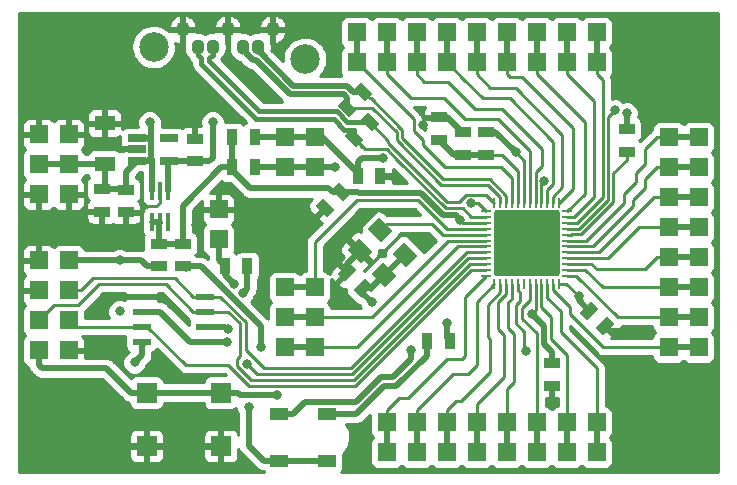
<source format=gbr>
%TF.GenerationSoftware,KiCad,Pcbnew,6.0.10+dfsg-1~bpo11+1*%
%TF.CreationDate,2023-02-19T21:59:10+00:00*%
%TF.ProjectId,PROGLOG01,50524f47-4c4f-4473-9031-2e6b69636164,REV*%
%TF.SameCoordinates,Original*%
%TF.FileFunction,Copper,L2,Bot*%
%TF.FilePolarity,Positive*%
%FSLAX46Y46*%
G04 Gerber Fmt 4.6, Leading zero omitted, Abs format (unit mm)*
G04 Created by KiCad (PCBNEW 6.0.10+dfsg-1~bpo11+1) date 2023-02-19 21:59:10*
%MOMM*%
%LPD*%
G01*
G04 APERTURE LIST*
G04 Aperture macros list*
%AMRoundRect*
0 Rectangle with rounded corners*
0 $1 Rounding radius*
0 $2 $3 $4 $5 $6 $7 $8 $9 X,Y pos of 4 corners*
0 Add a 4 corners polygon primitive as box body*
4,1,4,$2,$3,$4,$5,$6,$7,$8,$9,$2,$3,0*
0 Add four circle primitives for the rounded corners*
1,1,$1+$1,$2,$3*
1,1,$1+$1,$4,$5*
1,1,$1+$1,$6,$7*
1,1,$1+$1,$8,$9*
0 Add four rect primitives between the rounded corners*
20,1,$1+$1,$2,$3,$4,$5,0*
20,1,$1+$1,$4,$5,$6,$7,0*
20,1,$1+$1,$6,$7,$8,$9,0*
20,1,$1+$1,$8,$9,$2,$3,0*%
%AMRotRect*
0 Rectangle, with rotation*
0 The origin of the aperture is its center*
0 $1 length*
0 $2 width*
0 $3 Rotation angle, in degrees counterclockwise*
0 Add horizontal line*
21,1,$1,$2,0,0,$3*%
G04 Aperture macros list end*
%TA.AperFunction,ComponentPad*%
%ADD10R,1.524000X1.524000*%
%TD*%
%TA.AperFunction,ComponentPad*%
%ADD11C,6.000000*%
%TD*%
%TA.AperFunction,ComponentPad*%
%ADD12R,1.676400X1.676400*%
%TD*%
%TA.AperFunction,ComponentPad*%
%ADD13O,1.100000X1.300000*%
%TD*%
%TA.AperFunction,ComponentPad*%
%ADD14C,2.500000*%
%TD*%
%TA.AperFunction,SMDPad,CuDef*%
%ADD15RoundRect,0.062500X0.062500X-0.375000X0.062500X0.375000X-0.062500X0.375000X-0.062500X-0.375000X0*%
%TD*%
%TA.AperFunction,SMDPad,CuDef*%
%ADD16RoundRect,0.062500X0.375000X-0.062500X0.375000X0.062500X-0.375000X0.062500X-0.375000X-0.062500X0*%
%TD*%
%TA.AperFunction,SMDPad,CuDef*%
%ADD17RoundRect,0.250001X2.549999X-2.549999X2.549999X2.549999X-2.549999X2.549999X-2.549999X-2.549999X0*%
%TD*%
%TA.AperFunction,SMDPad,CuDef*%
%ADD18R,1.397000X0.889000*%
%TD*%
%TA.AperFunction,SMDPad,CuDef*%
%ADD19R,0.400000X1.500000*%
%TD*%
%TA.AperFunction,SMDPad,CuDef*%
%ADD20R,1.560000X0.650000*%
%TD*%
%TA.AperFunction,SMDPad,CuDef*%
%ADD21R,0.889000X1.397000*%
%TD*%
%TA.AperFunction,SMDPad,CuDef*%
%ADD22RotRect,0.889000X1.397000X45.000000*%
%TD*%
%TA.AperFunction,SMDPad,CuDef*%
%ADD23RotRect,1.600000X1.350000X135.000000*%
%TD*%
%TA.AperFunction,SMDPad,CuDef*%
%ADD24R,1.500000X1.050000*%
%TD*%
%TA.AperFunction,SMDPad,CuDef*%
%ADD25R,1.700000X1.300000*%
%TD*%
%TA.AperFunction,SMDPad,CuDef*%
%ADD26R,1.550000X0.600000*%
%TD*%
%TA.AperFunction,SMDPad,CuDef*%
%ADD27RotRect,0.889000X1.397000X135.000000*%
%TD*%
%TA.AperFunction,ViaPad*%
%ADD28C,0.800000*%
%TD*%
%TA.AperFunction,Conductor*%
%ADD29C,0.500000*%
%TD*%
%TA.AperFunction,Conductor*%
%ADD30C,0.250000*%
%TD*%
%TA.AperFunction,Conductor*%
%ADD31C,0.400000*%
%TD*%
%TA.AperFunction,Conductor*%
%ADD32C,0.254000*%
%TD*%
G04 APERTURE END LIST*
D10*
%TO.P,J23,1*%
%TO.N,/IOT_50b*%
X204470000Y-103886000D03*
%TO.P,J23,2*%
X204470000Y-106426000D03*
%TD*%
%TO.P,J21,1*%
%TO.N,/IOT_48b*%
X199390000Y-103886000D03*
%TO.P,J21,2*%
X199390000Y-106426000D03*
%TD*%
%TO.P,J1,1*%
%TO.N,GND*%
X159766000Y-112522000D03*
%TO.P,J1,2*%
X162306000Y-112522000D03*
%TO.P,J1,3*%
%TO.N,+3V3*%
X159766000Y-115062000D03*
%TO.P,J1,4*%
X162306000Y-115062000D03*
%TO.P,J1,5*%
%TO.N,GND*%
X159766000Y-117602000D03*
%TO.P,J1,6*%
X162306000Y-117602000D03*
%TD*%
%TO.P,J18,1*%
%TO.N,/IOT_44b*%
X194310000Y-103886000D03*
%TO.P,J18,2*%
X194310000Y-106426000D03*
%TD*%
%TO.P,J25,1*%
%TO.N,/RGB0*%
X207010000Y-103886000D03*
%TO.P,J25,2*%
X207010000Y-106426000D03*
%TD*%
%TO.P,J24,1*%
%TO.N,/IOT_51a*%
X213106000Y-112776000D03*
%TO.P,J24,2*%
X215646000Y-112776000D03*
%TD*%
%TO.P,J16,1*%
%TO.N,/IOT_42b*%
X189230000Y-103886000D03*
%TO.P,J16,2*%
X189230000Y-106426000D03*
%TD*%
%TO.P,J6,1*%
%TO.N,/IOB_16a*%
X199390000Y-136906000D03*
%TO.P,J6,2*%
X199390000Y-139446000D03*
%TD*%
%TO.P,J20,1*%
%TO.N,/IOT_46b_G0*%
X196850000Y-103886000D03*
%TO.P,J20,2*%
X196850000Y-106426000D03*
%TD*%
D11*
%TO.P,M4,1*%
%TO.N,GND*%
X162306000Y-136906000D03*
%TD*%
D10*
%TO.P,J4,1*%
%TO.N,GND*%
X159766000Y-123190000D03*
%TO.P,J4,2*%
%TO.N,/SPI_SS*%
X162306000Y-123190000D03*
%TO.P,J4,3*%
%TO.N,GND*%
X159766000Y-125730000D03*
%TO.P,J4,4*%
%TO.N,/SPI_SI*%
X162306000Y-125730000D03*
%TO.P,J4,5*%
%TO.N,/SPI_SCK*%
X159766000Y-128270000D03*
%TO.P,J4,6*%
%TO.N,/SPI_SO*%
X162306000Y-128270000D03*
%TO.P,J4,7*%
%TO.N,/NRESET*%
X159766000Y-130810000D03*
%TO.P,J4,8*%
%TO.N,GND*%
X162306000Y-130810000D03*
%TD*%
%TO.P,J5,1*%
%TO.N,/IOB_13b*%
X201930000Y-136906000D03*
%TO.P,J5,2*%
X201930000Y-139446000D03*
%TD*%
D12*
%TO.P,SW1,1*%
%TO.N,/NRESET*%
X175209600Y-134402000D03*
X168909600Y-134402000D03*
%TO.P,SW1,2*%
%TO.N,GND*%
X175209600Y-138902000D03*
X168909600Y-138902000D03*
%TD*%
D10*
%TO.P,J31,1*%
%TO.N,/IOB_5b*%
X213106000Y-120396000D03*
%TO.P,J31,2*%
X215646000Y-120396000D03*
%TD*%
%TO.P,J29,1*%
%TO.N,/IOB_3b_G6*%
X213106000Y-117856000D03*
%TO.P,J29,2*%
X215646000Y-117856000D03*
%TD*%
%TO.P,J27,1*%
%TO.N,/IOB_0a*%
X213106000Y-122936000D03*
%TO.P,J27,2*%
X215646000Y-122936000D03*
%TD*%
%TO.P,J19,1*%
%TO.N,/IOT_45a_G1*%
X201930000Y-103886000D03*
%TO.P,J19,2*%
X201930000Y-106426000D03*
%TD*%
%TO.P,J28,1*%
%TO.N,/IOB_2a*%
X213106000Y-125476000D03*
%TO.P,J28,2*%
X215646000Y-125476000D03*
%TD*%
%TO.P,J30,1*%
%TO.N,/IOB_4a*%
X213106000Y-128016000D03*
%TO.P,J30,2*%
X215646000Y-128016000D03*
%TD*%
%TO.P,J7,1*%
%TO.N,/IOB_18a*%
X196850000Y-136906000D03*
%TO.P,J7,2*%
X196850000Y-139446000D03*
%TD*%
D11*
%TO.P,M2,1*%
%TO.N,GND*%
X213106000Y-106426000D03*
%TD*%
%TO.P,M1,1*%
%TO.N,GND*%
X213106000Y-136906000D03*
%TD*%
D10*
%TO.P,J2,1*%
%TO.N,Net-(J2-Pad1)*%
X175006000Y-121412000D03*
%TO.P,J2,2*%
%TO.N,GND*%
X175006000Y-118872000D03*
%TD*%
%TO.P,J34,1*%
%TO.N,/IOB_9b*%
X207010000Y-136906000D03*
%TO.P,J34,2*%
X207010000Y-139446000D03*
%TD*%
%TO.P,J32,1*%
%TO.N,/IOB_6a*%
X213106000Y-130556000D03*
%TO.P,J32,2*%
X215646000Y-130556000D03*
%TD*%
%TO.P,J13,1*%
%TO.N,/IOB_29b*%
X180594000Y-128016000D03*
%TO.P,J13,2*%
X183134000Y-128016000D03*
%TD*%
%TO.P,J11,1*%
%TO.N,/IOB_24a*%
X189230000Y-136906000D03*
%TO.P,J11,2*%
X189230000Y-139446000D03*
%TD*%
%TO.P,J14,1*%
%TO.N,/IOB_31b*%
X183134000Y-130556000D03*
%TO.P,J14,2*%
X180594000Y-130556000D03*
%TD*%
%TO.P,J15,1*%
%TO.N,/IOT_41a*%
X186690000Y-103886000D03*
%TO.P,J15,2*%
X186690000Y-106426000D03*
%TD*%
%TO.P,J22,1*%
%TO.N,/IOT_49a*%
X213106000Y-115316000D03*
%TO.P,J22,2*%
X215646000Y-115316000D03*
%TD*%
%TO.P,J33,1*%
%TO.N,/IOB_8a*%
X204470000Y-136906000D03*
%TO.P,J33,2*%
X204470000Y-139446000D03*
%TD*%
%TO.P,J17,1*%
%TO.N,/IOT_43a*%
X191770000Y-103886000D03*
%TO.P,J17,2*%
X191770000Y-106426000D03*
%TD*%
%TO.P,J8,1*%
%TO.N,/IOB_20a*%
X194310000Y-136906000D03*
%TO.P,J8,2*%
X194310000Y-139446000D03*
%TD*%
%TO.P,J9,1*%
%TO.N,/IOB_22b*%
X191770000Y-136906000D03*
%TO.P,J9,2*%
X191770000Y-139446000D03*
%TD*%
D13*
%TO.P,J26,1*%
%TO.N,GND*%
X171958000Y-103632000D03*
%TO.P,J26,2*%
%TO.N,/SATA_1P*%
X173228000Y-105132000D03*
%TO.P,J26,3*%
%TO.N,/SATA_1N*%
X174498000Y-105132000D03*
%TO.P,J26,4*%
%TO.N,GND*%
X175768000Y-103632000D03*
%TO.P,J26,5*%
%TO.N,/SATA_2P*%
X177038000Y-105132000D03*
%TO.P,J26,6*%
%TO.N,/SATA_2N*%
X178308000Y-105132000D03*
%TO.P,J26,7*%
%TO.N,GND*%
X179578000Y-103632000D03*
D14*
%TO.P,J26,8*%
%TO.N,N/C*%
X182328000Y-106132000D03*
%TO.P,J26,9*%
X169498000Y-105132000D03*
%TD*%
D11*
%TO.P,M3,1*%
%TO.N,GND*%
X162306000Y-106426000D03*
%TD*%
D10*
%TO.P,J10,1*%
%TO.N,/IOB_23b*%
X180594000Y-125476000D03*
%TO.P,J10,2*%
X183134000Y-125476000D03*
%TD*%
%TO.P,J3,1*%
%TO.N,/VCCIO_0*%
X180594000Y-112776000D03*
%TO.P,J3,2*%
X183134000Y-112776000D03*
%TO.P,J3,3*%
%TO.N,/VCCIO_2*%
X180594000Y-115316000D03*
%TO.P,J3,4*%
X183134000Y-115316000D03*
%TD*%
D15*
%TO.P,U4,1*%
%TO.N,/VCCIO_2*%
X203841800Y-125192400D03*
%TO.P,U4,2*%
%TO.N,/IOB_6a*%
X203341800Y-125192400D03*
%TO.P,U4,3*%
%TO.N,/IOB_9b*%
X202841800Y-125192400D03*
%TO.P,U4,4*%
%TO.N,/IOB_8a*%
X202341800Y-125192400D03*
%TO.P,U4,5*%
%TO.N,+1V2*%
X201841800Y-125192400D03*
%TO.P,U4,6*%
%TO.N,/IOB_13b*%
X201341800Y-125192400D03*
%TO.P,U4,7*%
%TO.N,Net-(U4-Pad7)*%
X200841800Y-125192400D03*
%TO.P,U4,8*%
%TO.N,/NRESET*%
X200341800Y-125192400D03*
%TO.P,U4,9*%
%TO.N,/IOB_16a*%
X199841800Y-125192400D03*
%TO.P,U4,10*%
%TO.N,/IOB_18a*%
X199341800Y-125192400D03*
%TO.P,U4,11*%
%TO.N,/IOB_20a*%
X198841800Y-125192400D03*
%TO.P,U4,12*%
%TO.N,/IOB_22b*%
X198341800Y-125192400D03*
D16*
%TO.P,U4,13*%
%TO.N,/IOB_24a*%
X197654300Y-124504900D03*
%TO.P,U4,14*%
%TO.N,/SPI_SO*%
X197654300Y-124004900D03*
%TO.P,U4,15*%
%TO.N,/SPI_SCK*%
X197654300Y-123504900D03*
%TO.P,U4,16*%
%TO.N,/SPI_SS*%
X197654300Y-123004900D03*
%TO.P,U4,17*%
%TO.N,/SPI_SI*%
X197654300Y-122504900D03*
%TO.P,U4,18*%
%TO.N,/IOB_31b*%
X197654300Y-122004900D03*
%TO.P,U4,19*%
%TO.N,/IOB_29b*%
X197654300Y-121504900D03*
%TO.P,U4,20*%
%TO.N,/IOB_25b*%
X197654300Y-121004900D03*
%TO.P,U4,21*%
%TO.N,/IOB_23b*%
X197654300Y-120504900D03*
%TO.P,U4,22*%
%TO.N,/VCCIO_1*%
X197654300Y-120004900D03*
%TO.P,U4,23*%
%TO.N,/SATA_1P*%
X197654300Y-119504900D03*
%TO.P,U4,24*%
%TO.N,/VCCIO_1*%
X197654300Y-119004900D03*
D15*
%TO.P,U4,25*%
%TO.N,/SATA_1N*%
X198341800Y-118317400D03*
%TO.P,U4,26*%
%TO.N,/SATA_2P*%
X198841800Y-118317400D03*
%TO.P,U4,27*%
%TO.N,/SATA_2N*%
X199341800Y-118317400D03*
%TO.P,U4,28*%
%TO.N,/IOT_41a*%
X199841800Y-118317400D03*
%TO.P,U4,29*%
%TO.N,Net-(C5-Pad1)*%
X200341800Y-118317400D03*
%TO.P,U4,30*%
%TO.N,+1V2*%
X200841800Y-118317400D03*
%TO.P,U4,31*%
%TO.N,/IOT_42b*%
X201341800Y-118317400D03*
%TO.P,U4,32*%
%TO.N,/IOT_43a*%
X201841800Y-118317400D03*
%TO.P,U4,33*%
%TO.N,/VCCIO_0*%
X202341800Y-118317400D03*
%TO.P,U4,34*%
%TO.N,/IOT_44b*%
X202841800Y-118317400D03*
%TO.P,U4,35*%
%TO.N,/IOT_46b_G0*%
X203341800Y-118317400D03*
%TO.P,U4,36*%
%TO.N,/IOT_48b*%
X203841800Y-118317400D03*
D16*
%TO.P,U4,37*%
%TO.N,/IOT_45a_G1*%
X204529300Y-119004900D03*
%TO.P,U4,38*%
%TO.N,/IOT_50b*%
X204529300Y-119504900D03*
%TO.P,U4,39*%
%TO.N,/RGB0*%
X204529300Y-120004900D03*
%TO.P,U4,40*%
%TO.N,/RGB1*%
X204529300Y-120504900D03*
%TO.P,U4,41*%
%TO.N,/RGB2*%
X204529300Y-121004900D03*
%TO.P,U4,42*%
%TO.N,/IOT_51a*%
X204529300Y-121504900D03*
%TO.P,U4,43*%
%TO.N,/IOT_49a*%
X204529300Y-122004900D03*
%TO.P,U4,44*%
%TO.N,/IOB_3b_G6*%
X204529300Y-122504900D03*
%TO.P,U4,45*%
%TO.N,/IOB_5b*%
X204529300Y-123004900D03*
%TO.P,U4,46*%
%TO.N,/IOB_0a*%
X204529300Y-123504900D03*
%TO.P,U4,47*%
%TO.N,/IOB_2a*%
X204529300Y-124004900D03*
%TO.P,U4,48*%
%TO.N,/IOB_4a*%
X204529300Y-124504900D03*
D17*
%TO.P,U4,49*%
%TO.N,GND*%
X201091800Y-121754900D03*
%TD*%
D18*
%TO.P,C3,1*%
%TO.N,+3V3*%
X165100000Y-117157500D03*
%TO.P,C3,2*%
%TO.N,GND*%
X165100000Y-119062500D03*
%TD*%
D19*
%TO.P,U1,1*%
%TO.N,+3V3*%
X169403000Y-117288000D03*
%TO.P,U1,2*%
%TO.N,GND*%
X170053000Y-117288000D03*
%TO.P,U1,3*%
%TO.N,+1V2*%
X170703000Y-117288000D03*
%TO.P,U1,4*%
%TO.N,N/C*%
X170703000Y-119948000D03*
%TO.P,U1,5*%
%TO.N,/VCCIO_1*%
X170053000Y-119948000D03*
%TO.P,U1,6*%
X169403000Y-119948000D03*
%TD*%
D20*
%TO.P,U2,1*%
%TO.N,+3V3*%
X168068000Y-114742000D03*
%TO.P,U2,2*%
%TO.N,GND*%
X168068000Y-113792000D03*
%TO.P,U2,3*%
%TO.N,+3V3*%
X168068000Y-112842000D03*
%TO.P,U2,4*%
%TO.N,Net-(U2-Pad4)*%
X170768000Y-112842000D03*
%TO.P,U2,5*%
%TO.N,+1V2*%
X170768000Y-114742000D03*
%TD*%
D18*
%TO.P,C4,1*%
%TO.N,+1V2*%
X172974000Y-114808000D03*
%TO.P,C4,2*%
%TO.N,GND*%
X172974000Y-112903000D03*
%TD*%
D21*
%TO.P,R3,1*%
%TO.N,/VCCIO_1*%
X176149000Y-112776000D03*
%TO.P,R3,2*%
%TO.N,/VCCIO_0*%
X178054000Y-112776000D03*
%TD*%
%TO.P,R2,1*%
%TO.N,/VCCIO_1*%
X176149000Y-115316000D03*
%TO.P,R2,2*%
%TO.N,/VCCIO_2*%
X178054000Y-115316000D03*
%TD*%
D22*
%TO.P,R8,1*%
%TO.N,/SATA_2P*%
X185901762Y-110262238D03*
%TO.P,R8,2*%
%TO.N,/SATA_2N*%
X187248800Y-108915200D03*
%TD*%
D18*
%TO.P,R10,1*%
%TO.N,Net-(D3-Pad1)*%
X209550000Y-112077500D03*
%TO.P,R10,2*%
%TO.N,/RGB2*%
X209550000Y-113982500D03*
%TD*%
D21*
%TO.P,R9,1*%
%TO.N,Net-(D2-Pad1)*%
X192659000Y-130048000D03*
%TO.P,R9,2*%
%TO.N,/RGB1*%
X194564000Y-130048000D03*
%TD*%
D18*
%TO.P,R5,1*%
%TO.N,/VCCIO_1*%
X169926000Y-121793000D03*
%TO.P,R5,2*%
%TO.N,/SPI_SS*%
X169926000Y-123698000D03*
%TD*%
D23*
%TO.P,X1,1*%
%TO.N,+3V3*%
X188990421Y-124464188D03*
%TO.P,X1,2*%
%TO.N,GND*%
X186939812Y-122413579D03*
%TO.P,X1,3*%
%TO.N,/IOB_25b*%
X188707579Y-120645812D03*
%TO.P,X1,4*%
%TO.N,+3V3*%
X190758188Y-122696421D03*
%TD*%
D18*
%TO.P,C1,1*%
%TO.N,GND*%
X203200000Y-133781800D03*
%TO.P,C1,2*%
%TO.N,+1V2*%
X203200000Y-131876800D03*
%TD*%
%TO.P,C2,1*%
%TO.N,+3V3*%
X167132000Y-117221000D03*
%TO.P,C2,2*%
%TO.N,GND*%
X167132000Y-119126000D03*
%TD*%
D22*
%TO.P,R7,1*%
%TO.N,/SATA_1P*%
X186460562Y-112853038D03*
%TO.P,R7,2*%
%TO.N,/SATA_1N*%
X187807600Y-111506000D03*
%TD*%
D18*
%TO.P,R6,1*%
%TO.N,/VCCIO_1*%
X171958000Y-121793000D03*
%TO.P,R6,2*%
%TO.N,/NRESET*%
X171958000Y-123698000D03*
%TD*%
D24*
%TO.P,D3,1*%
%TO.N,Net-(D3-Pad1)*%
X180086000Y-136176000D03*
%TO.P,D3,2*%
%TO.N,+3V3*%
X180086000Y-140176000D03*
%TD*%
%TO.P,D2,1*%
%TO.N,Net-(D2-Pad1)*%
X184150000Y-136176000D03*
%TO.P,D2,2*%
%TO.N,+3V3*%
X184150000Y-140176000D03*
%TD*%
D25*
%TO.P,D1,1*%
%TO.N,+3V3*%
X165354000Y-115062000D03*
%TO.P,D1,2*%
%TO.N,GND*%
X165354000Y-111562000D03*
%TD*%
D18*
%TO.P,C6,1*%
%TO.N,Net-(C5-Pad1)*%
X195707000Y-114236500D03*
%TO.P,C6,2*%
%TO.N,GND*%
X195707000Y-112331500D03*
%TD*%
%TO.P,C5,1*%
%TO.N,Net-(C5-Pad1)*%
X193675000Y-112953800D03*
%TO.P,C5,2*%
%TO.N,GND*%
X193675000Y-111048800D03*
%TD*%
D22*
%TO.P,C9,1*%
%TO.N,GND*%
X184035281Y-118783519D03*
%TO.P,C9,2*%
%TO.N,/VCCIO_1*%
X185382319Y-117436481D03*
%TD*%
D26*
%TO.P,U3,1*%
%TO.N,/SPI_SS*%
X168480760Y-130060700D03*
%TO.P,U3,2*%
%TO.N,/SPI_SO*%
X168480760Y-128790700D03*
%TO.P,U3,3*%
%TO.N,+3V3*%
X168480760Y-127520700D03*
%TO.P,U3,4*%
%TO.N,GND*%
X168480760Y-126250700D03*
%TO.P,U3,5*%
%TO.N,/SPI_SI*%
X173880760Y-126250700D03*
%TO.P,U3,6*%
%TO.N,/SPI_SCK*%
X173880760Y-127520700D03*
%TO.P,U3,7*%
%TO.N,Net-(J2-Pad1)*%
X173880760Y-128790700D03*
%TO.P,U3,8*%
%TO.N,+3V3*%
X173880760Y-130060700D03*
%TD*%
D21*
%TO.P,R1,1*%
%TO.N,+3V3*%
X177419000Y-123698000D03*
%TO.P,R1,2*%
%TO.N,Net-(J2-Pad1)*%
X175514000Y-123698000D03*
%TD*%
D27*
%TO.P,C10,1*%
%TO.N,GND*%
X207695800Y-128778000D03*
%TO.P,C10,2*%
%TO.N,/VCCIO_2*%
X206348762Y-127430962D03*
%TD*%
%TO.P,C7,1*%
%TO.N,+3V3*%
X187211538Y-125553038D03*
%TO.P,C7,2*%
%TO.N,GND*%
X185864500Y-124206000D03*
%TD*%
D21*
%TO.P,C8,1*%
%TO.N,/VCCIO_0*%
X186791600Y-116078000D03*
%TO.P,C8,2*%
%TO.N,GND*%
X188696600Y-116078000D03*
%TD*%
D18*
%TO.P,R4,1*%
%TO.N,Net-(C5-Pad1)*%
X197612000Y-114236500D03*
%TO.P,R4,2*%
%TO.N,+1V2*%
X197612000Y-112331500D03*
%TD*%
D28*
%TO.N,+3V3*%
X175755300Y-130060700D03*
X169164000Y-111506000D03*
X187960000Y-126746000D03*
X177546000Y-135636000D03*
X177038000Y-125984000D03*
%TO.N,GND*%
X167132000Y-109220000D03*
X166573200Y-121361200D03*
X199136000Y-122936000D03*
X199136000Y-121412000D03*
X184759600Y-106781600D03*
X182626000Y-120269000D03*
X199136000Y-119888000D03*
X192595500Y-121285000D03*
X165100000Y-127254000D03*
X178206400Y-108127800D03*
X209503219Y-129163019D03*
X159004000Y-120396000D03*
X203200000Y-119888000D03*
X208838800Y-132943600D03*
X203200000Y-135001000D03*
X162560000Y-120396000D03*
X189992000Y-116382800D03*
X184912000Y-121666000D03*
X167589200Y-111480600D03*
X181356000Y-118872000D03*
X203200000Y-122936000D03*
X192278000Y-111760000D03*
X203200000Y-121412000D03*
X185064400Y-126644400D03*
X160528000Y-120396000D03*
X211175600Y-110794800D03*
X178308000Y-126619000D03*
X173101000Y-120167400D03*
X168656000Y-109220000D03*
X170180000Y-109220000D03*
%TO.N,+1V2*%
X201513459Y-127726460D03*
X200152000Y-114046000D03*
X174498000Y-111506000D03*
%TO.N,/VCCIO_1*%
X196342000Y-118364000D03*
X195467103Y-119765797D03*
%TO.N,/VCCIO_2*%
X184861200Y-115316000D03*
X205486000Y-126238000D03*
%TO.N,/NRESET*%
X179980358Y-134620000D03*
X178562000Y-130556000D03*
X201015600Y-130862021D03*
%TO.N,/SPI_SS*%
X166624000Y-127508000D03*
X166624000Y-123190000D03*
X167894000Y-131826000D03*
X177414347Y-131957653D03*
%TO.N,/VCCIO_0*%
X202566801Y-116433600D03*
X188925200Y-114517000D03*
%TO.N,/RGB1*%
X194310000Y-128524000D03*
X208534000Y-110490000D03*
%TO.N,Net-(J2-Pad1)*%
X176276000Y-125222000D03*
X175768000Y-129032000D03*
%TO.N,Net-(D3-Pad1)*%
X191262000Y-130810000D03*
X209550000Y-110744000D03*
%TD*%
D29*
%TO.N,+3V3*%
X169033002Y-112842000D02*
X168068000Y-112842000D01*
X169755760Y-127520700D02*
X168480760Y-127520700D01*
X188990421Y-124464188D02*
X190758188Y-122696421D01*
X187211538Y-125997538D02*
X187960000Y-126746000D01*
X173880760Y-130060700D02*
X172605760Y-130060700D01*
X169298001Y-113106999D02*
X169298001Y-111640001D01*
X178836000Y-140176000D02*
X177546000Y-138886000D01*
X169033002Y-114742000D02*
X169298001Y-114477001D01*
X167132000Y-117221000D02*
X167132000Y-115678000D01*
X187211538Y-125553038D02*
X187211538Y-125997538D01*
X162306000Y-115062000D02*
X165354000Y-115062000D01*
X170065760Y-127520700D02*
X169755760Y-127520700D01*
X168068000Y-114742000D02*
X169033002Y-114742000D01*
X169298001Y-111640001D02*
X169164000Y-111506000D01*
X169298001Y-113106999D02*
X169033002Y-112842000D01*
X177419000Y-123698000D02*
X177419000Y-125603000D01*
X165354000Y-116903500D02*
X165100000Y-117157500D01*
X172605760Y-130060700D02*
X170065760Y-127520700D01*
X177546000Y-138886000D02*
X177546000Y-135636000D01*
X165354000Y-115062000D02*
X165354000Y-116903500D01*
X165100000Y-117157500D02*
X167068500Y-117157500D01*
X187211538Y-125553038D02*
X187901571Y-125553038D01*
X184150000Y-140176000D02*
X180086000Y-140176000D01*
X169298001Y-114477001D02*
X169298001Y-113106999D01*
X167132000Y-115678000D02*
X168068000Y-114742000D01*
X177419000Y-125603000D02*
X177038000Y-125984000D01*
X187901571Y-125569971D02*
X187901571Y-125553038D01*
X169298001Y-114477001D02*
X169403000Y-114582000D01*
X180086000Y-140176000D02*
X178836000Y-140176000D01*
X159766000Y-115062000D02*
X162306000Y-115062000D01*
X173880760Y-130060700D02*
X175755300Y-130060700D01*
X169403000Y-114582000D02*
X169403000Y-117288000D01*
X187901571Y-125553038D02*
X188990421Y-124464188D01*
X167068500Y-117157500D02*
X167132000Y-117221000D01*
%TO.N,GND*%
X195707000Y-112331500D02*
X195262500Y-112331500D01*
X189687200Y-116078000D02*
X189992000Y-116382800D01*
D30*
X170053000Y-117288000D02*
X170053000Y-118288000D01*
D29*
X195592700Y-112331500D02*
X194310000Y-111048800D01*
X185864500Y-123488891D02*
X186939812Y-122413579D01*
X207695800Y-128778000D02*
X208080819Y-129163019D01*
X168068000Y-113792000D02*
X166878000Y-113792000D01*
X194310000Y-111048800D02*
X193675000Y-111048800D01*
D30*
X170053000Y-118288000D02*
X169723000Y-118618000D01*
D29*
X195707000Y-112331500D02*
X195592700Y-112331500D01*
X208080819Y-129163019D02*
X209503219Y-129163019D01*
X203200000Y-133781800D02*
X203200000Y-135001000D01*
X185864500Y-124206000D02*
X185864500Y-123488891D01*
D30*
X169723000Y-118618000D02*
X168656000Y-118618000D01*
D29*
X188696600Y-116078000D02*
X189687200Y-116078000D01*
%TO.N,+1V2*%
X170768000Y-114742000D02*
X172908000Y-114742000D01*
X201513459Y-127726460D02*
X202561490Y-128774491D01*
X170768000Y-114742000D02*
X171223000Y-114742000D01*
D30*
X200841800Y-118317400D02*
X200841800Y-114735800D01*
D29*
X174172500Y-114808000D02*
X172974000Y-114808000D01*
D30*
X200841800Y-114735800D02*
X200152000Y-114046000D01*
D29*
X174498000Y-114482500D02*
X174498000Y-111506000D01*
X174172500Y-114808000D02*
X174498000Y-114482500D01*
X203200000Y-130932300D02*
X203200000Y-131876800D01*
X170703000Y-114807000D02*
X170768000Y-114742000D01*
D30*
X201841800Y-125192400D02*
X201841800Y-127398119D01*
X201841800Y-127398119D02*
X201513459Y-127726460D01*
D29*
X202561490Y-128774491D02*
X202561490Y-130293790D01*
X170703000Y-117288000D02*
X170703000Y-114807000D01*
X172908000Y-114742000D02*
X172974000Y-114808000D01*
X198437500Y-112331500D02*
X197612000Y-112331500D01*
X200152000Y-114046000D02*
X198437500Y-112331500D01*
X202561490Y-130293790D02*
X203200000Y-130932300D01*
%TO.N,/VCCIO_1*%
X171958000Y-118562500D02*
X171958000Y-121793000D01*
X184653701Y-117436481D02*
X184311220Y-117094000D01*
X175204500Y-115316000D02*
X171958000Y-118562500D01*
X195467103Y-119765797D02*
X195067104Y-119365798D01*
X193991384Y-119365798D02*
X192125986Y-117500400D01*
X169926000Y-121793000D02*
X171958000Y-121793000D01*
D30*
X195467103Y-119765797D02*
X195706206Y-120004900D01*
D29*
X184311220Y-117094000D02*
X177673000Y-117094000D01*
D30*
X197013400Y-118364000D02*
X197654300Y-119004900D01*
D29*
X177673000Y-117094000D02*
X176149000Y-115570000D01*
X176149000Y-115316000D02*
X176149000Y-112776000D01*
X195067104Y-119365798D02*
X193991384Y-119365798D01*
X186829281Y-117436481D02*
X185382319Y-117436481D01*
X169926000Y-121793000D02*
X169926000Y-120075000D01*
X169926000Y-120075000D02*
X170053000Y-119948000D01*
X185382319Y-117436481D02*
X184653701Y-117436481D01*
X195467103Y-119765797D02*
X195467103Y-119619897D01*
X169403000Y-119948000D02*
X170053000Y-119948000D01*
D30*
X195706206Y-120004900D02*
X197654300Y-120004900D01*
D29*
X176149000Y-115570000D02*
X176149000Y-115316000D01*
X176149000Y-115316000D02*
X175204500Y-115316000D01*
D30*
X196342000Y-118364000D02*
X197013400Y-118364000D01*
D29*
X186893200Y-117500400D02*
X186829281Y-117436481D01*
X192125986Y-117500400D02*
X186893200Y-117500400D01*
%TO.N,/VCCIO_2*%
X183134000Y-115316000D02*
X180594000Y-115316000D01*
X205486000Y-126238000D02*
X205486000Y-126568200D01*
D30*
X203841800Y-125192400D02*
X204440400Y-125192400D01*
D29*
X178054000Y-115316000D02*
X180594000Y-115316000D01*
X183134000Y-115316000D02*
X184861200Y-115316000D01*
X205486000Y-126568200D02*
X206348762Y-127430962D01*
D30*
X204440400Y-125192400D02*
X205486000Y-126238000D01*
%TO.N,/IOB_6a*%
X204774800Y-127736600D02*
X207594200Y-130556000D01*
X203341800Y-125729900D02*
X204774800Y-127162900D01*
X207594200Y-130556000D02*
X213106000Y-130556000D01*
X203341800Y-125192400D02*
X203341800Y-125729900D01*
D29*
X213106000Y-130556000D02*
X215646000Y-130556000D01*
D30*
X204774800Y-127162900D02*
X204774800Y-127736600D01*
D29*
%TO.N,/IOB_9b*%
X207010000Y-136906000D02*
X207010000Y-139446000D01*
D30*
X207010000Y-132334000D02*
X207010000Y-136906000D01*
X202841800Y-126387800D02*
X203962000Y-127508000D01*
X203962000Y-127508000D02*
X203962000Y-129286000D01*
X202841800Y-125192400D02*
X202841800Y-126387800D01*
X203962000Y-129286000D02*
X207010000Y-132334000D01*
%TO.N,/IOB_8a*%
X203136500Y-129857500D02*
X204470000Y-131191000D01*
X204470000Y-136906000D02*
X204470000Y-131191000D01*
D29*
X204470000Y-136906000D02*
X204470000Y-139446000D01*
D30*
X202341800Y-127157800D02*
X203136500Y-127952500D01*
X202341800Y-127157800D02*
X202341800Y-125192400D01*
X203136500Y-127952500D02*
X203136500Y-129857500D01*
D29*
%TO.N,/NRESET*%
X165503400Y-132334000D02*
X167571400Y-134402000D01*
X159766000Y-132072000D02*
X160028000Y-132334000D01*
X176859466Y-134620000D02*
X176641466Y-134402000D01*
X178562000Y-128778000D02*
X173482000Y-123698000D01*
D30*
X200533000Y-126492000D02*
X200533000Y-126619000D01*
X200152000Y-128524000D02*
X200863200Y-129235200D01*
D29*
X178562000Y-130556000D02*
X178562000Y-128778000D01*
X173482000Y-123698000D02*
X171958000Y-123698000D01*
X175209600Y-134402000D02*
X168909600Y-134402000D01*
X160028000Y-132334000D02*
X165503400Y-132334000D01*
X176859466Y-134620000D02*
X179980358Y-134620000D01*
D30*
X200152000Y-127000000D02*
X200152000Y-128524000D01*
X200863200Y-129235200D02*
X200863200Y-130709621D01*
X200341800Y-125192400D02*
X200341800Y-125729900D01*
D29*
X176641466Y-134402000D02*
X175209600Y-134402000D01*
D30*
X200863200Y-130709621D02*
X201015600Y-130862021D01*
D29*
X172212000Y-123952000D02*
X171958000Y-123698000D01*
D30*
X200341800Y-125729900D02*
X200533000Y-125921100D01*
X200533000Y-126619000D02*
X200152000Y-127000000D01*
D29*
X167571400Y-134402000D02*
X168909600Y-134402000D01*
D30*
X200533000Y-125921100D02*
X200533000Y-126492000D01*
D29*
X159766000Y-130810000D02*
X159766000Y-132072000D01*
D30*
%TO.N,/SPI_SO*%
X196420330Y-124004900D02*
X186567230Y-133858000D01*
X168955760Y-128790700D02*
X168480760Y-128790700D01*
X177605282Y-133858000D02*
X175827282Y-132080000D01*
X186567230Y-133858000D02*
X177605282Y-133858000D01*
X162826700Y-128790700D02*
X162306000Y-128270000D01*
X168480760Y-128790700D02*
X162826700Y-128790700D01*
X172245060Y-132080000D02*
X168955760Y-128790700D01*
X175827282Y-132080000D02*
X172245060Y-132080000D01*
X197654300Y-124004900D02*
X196420330Y-124004900D01*
%TO.N,/SPI_SCK*%
X172855760Y-127520700D02*
X170557060Y-125222000D01*
X176784000Y-128524000D02*
X175780700Y-127520700D01*
X164923002Y-125222000D02*
X163145002Y-127000000D01*
X176530000Y-132146308D02*
X176530000Y-131572000D01*
X186438820Y-133350000D02*
X177733692Y-133350000D01*
X197654300Y-123504900D02*
X196283920Y-123504900D01*
X176784000Y-131318000D02*
X176784000Y-128524000D01*
X177733692Y-133350000D02*
X176530000Y-132146308D01*
X196283920Y-123504900D02*
X186438820Y-133350000D01*
X161036000Y-127000000D02*
X159766000Y-128270000D01*
X173880760Y-127520700D02*
X172855760Y-127520700D01*
X174355760Y-127520700D02*
X173880760Y-127520700D01*
X175780700Y-127520700D02*
X173880760Y-127520700D01*
X176530000Y-131572000D02*
X176784000Y-131318000D01*
X170557060Y-125222000D02*
X164923002Y-125222000D01*
X163145002Y-127000000D02*
X161036000Y-127000000D01*
%TO.N,/SPI_SS*%
X186310410Y-132842000D02*
X178298694Y-132842000D01*
D29*
X168910000Y-123698000D02*
X168402000Y-123190000D01*
X162306000Y-123190000D02*
X163568000Y-123190000D01*
X169926000Y-123698000D02*
X168910000Y-123698000D01*
D30*
X196147510Y-123004900D02*
X186310410Y-132842000D01*
D29*
X166624000Y-123190000D02*
X168402000Y-123190000D01*
X168480760Y-131239240D02*
X167894000Y-131826000D01*
D30*
X178298694Y-132842000D02*
X177414347Y-131957653D01*
X197654300Y-123004900D02*
X196147510Y-123004900D01*
D29*
X168656000Y-130235940D02*
X168480760Y-130060700D01*
X163568000Y-123190000D02*
X166624000Y-123190000D01*
X168480760Y-130060700D02*
X168480760Y-131239240D01*
D30*
%TO.N,/SPI_SI*%
X163318000Y-125730000D02*
X164334000Y-124714000D01*
X171319060Y-124714000D02*
X172855760Y-126250700D01*
X178816000Y-132334000D02*
X177292000Y-130810000D01*
X196011100Y-122504900D02*
X186182000Y-132334000D01*
X186182000Y-132334000D02*
X178816000Y-132334000D01*
X177292000Y-130810000D02*
X177292000Y-128395590D01*
X177292000Y-128395590D02*
X175147110Y-126250700D01*
X175147110Y-126250700D02*
X173880760Y-126250700D01*
X197654300Y-122504900D02*
X196011100Y-122504900D01*
X162306000Y-125730000D02*
X163318000Y-125730000D01*
X197654300Y-122504900D02*
X197116800Y-122504900D01*
X164334000Y-124714000D02*
X171319060Y-124714000D01*
X174355760Y-126250700D02*
X173880760Y-126250700D01*
X172855760Y-126250700D02*
X173880760Y-126250700D01*
D29*
%TO.N,/IOT_41a*%
X186690000Y-103886000D02*
X186690000Y-106426000D01*
D30*
X198882000Y-115265200D02*
X194157600Y-115265200D01*
X191516000Y-112268000D02*
X191516000Y-111252000D01*
X191516000Y-111252000D02*
X186690000Y-106426000D01*
X192278000Y-113385600D02*
X192278000Y-113030000D01*
X199841800Y-118317400D02*
X199841800Y-116225000D01*
X192278000Y-113030000D02*
X191516000Y-112268000D01*
X199841800Y-116225000D02*
X198882000Y-115265200D01*
X194157600Y-115265200D02*
X192278000Y-113385600D01*
X186690000Y-106832400D02*
X186690000Y-106426000D01*
%TO.N,Net-(C5-Pad1)*%
X197866000Y-114236500D02*
X197612000Y-114236500D01*
X200341800Y-115607400D02*
X198970900Y-114236500D01*
X198970900Y-114236500D02*
X197612000Y-114236500D01*
D29*
X194957700Y-114236500D02*
X193675000Y-112953800D01*
X195707000Y-114236500D02*
X197612000Y-114236500D01*
X195707000Y-114236500D02*
X194957700Y-114236500D01*
D30*
X200341800Y-118317400D02*
X200341800Y-115607400D01*
D29*
%TO.N,/IOT_42b*%
X189230000Y-103886000D02*
X189230000Y-106426000D01*
D30*
X189230000Y-107438000D02*
X189230000Y-106426000D01*
X201341800Y-118317400D02*
X201341800Y-113965800D01*
X191266000Y-109474000D02*
X189230000Y-107438000D01*
X198628000Y-111252000D02*
X195834000Y-111252000D01*
X194056000Y-109474000D02*
X191266000Y-109474000D01*
X201341800Y-113965800D02*
X198628000Y-111252000D01*
X195834000Y-111252000D02*
X194056000Y-109474000D01*
%TO.N,/IOT_43a*%
X201841800Y-118317400D02*
X201841800Y-115729998D01*
X194437000Y-108077000D02*
X192409000Y-108077000D01*
X199009000Y-110363000D02*
X196723000Y-110363000D01*
X202361800Y-115209998D02*
X202361800Y-113715800D01*
X201841800Y-115729998D02*
X202361800Y-115209998D01*
X191770000Y-107438000D02*
X191770000Y-106426000D01*
X192409000Y-108077000D02*
X191770000Y-107438000D01*
D29*
X191770000Y-103886000D02*
X191770000Y-106426000D01*
D30*
X196723000Y-110363000D02*
X194437000Y-108077000D01*
X202361800Y-113715800D02*
X199009000Y-110363000D01*
D29*
%TO.N,/VCCIO_0*%
X178054000Y-112776000D02*
X180594000Y-112776000D01*
X186791600Y-114879500D02*
X186791600Y-116078000D01*
D30*
X202341800Y-116658601D02*
X202566801Y-116433600D01*
D29*
X187154100Y-114517000D02*
X186791600Y-114879500D01*
X186791600Y-115824000D02*
X186791600Y-116078000D01*
X183134000Y-112776000D02*
X180594000Y-112776000D01*
D30*
X202341800Y-118317400D02*
X202341800Y-116658601D01*
D29*
X183743600Y-112776000D02*
X186791600Y-115824000D01*
X188925200Y-114517000D02*
X187154100Y-114517000D01*
X183134000Y-112776000D02*
X183743600Y-112776000D01*
D30*
%TO.N,/IOT_44b*%
X202841800Y-117198200D02*
X203291801Y-116748199D01*
X203291801Y-113121801D02*
X199644000Y-109474000D01*
X199644000Y-109474000D02*
X197358000Y-109474000D01*
X195707000Y-107823000D02*
X194310000Y-106426000D01*
X197358000Y-109474000D02*
X195707000Y-107823000D01*
D29*
X194310000Y-103886000D02*
X194310000Y-106426000D01*
D30*
X203291801Y-116748199D02*
X203291801Y-113121801D01*
X202841800Y-118317400D02*
X202841800Y-117198200D01*
D29*
%TO.N,/IOT_46b_G0*%
X196850000Y-103886000D02*
X196850000Y-106426000D01*
D30*
X196850000Y-107438000D02*
X196850000Y-106426000D01*
X203341800Y-117779900D02*
X204114400Y-117007300D01*
X197997000Y-108585000D02*
X196850000Y-107438000D01*
X203341800Y-118317400D02*
X203341800Y-117779900D01*
X204114400Y-117007300D02*
X204114400Y-112547400D01*
X204114400Y-112547400D02*
X200152000Y-108585000D01*
X200152000Y-108585000D02*
X197997000Y-108585000D01*
D29*
%TO.N,/IOT_48b*%
X199390000Y-103886000D02*
X199390000Y-106426000D01*
D30*
X204978000Y-117181200D02*
X204978000Y-112014000D01*
X200660000Y-107696000D02*
X199648000Y-107696000D01*
X203841800Y-118317400D02*
X204978000Y-117181200D01*
X204978000Y-112014000D02*
X200660000Y-107696000D01*
X199390000Y-107438000D02*
X199390000Y-106426000D01*
X199648000Y-107696000D02*
X199390000Y-107438000D01*
D29*
%TO.N,/IOT_45a_G1*%
X201930000Y-103886000D02*
X201930000Y-106426000D01*
D30*
X205994000Y-111502000D02*
X205994000Y-117540200D01*
X205994000Y-117540200D02*
X204529300Y-119004900D01*
X201930000Y-106426000D02*
X201930000Y-107438000D01*
X201930000Y-107438000D02*
X205994000Y-111502000D01*
%TO.N,/IOT_50b*%
X206756000Y-117815700D02*
X205066800Y-119504900D01*
X205066800Y-119504900D02*
X204529300Y-119504900D01*
D29*
X204470000Y-103886000D02*
X204470000Y-106426000D01*
D30*
X206756000Y-109724000D02*
X206756000Y-117815700D01*
X204470000Y-106426000D02*
X204470000Y-107438000D01*
X204470000Y-107438000D02*
X206756000Y-109724000D01*
D29*
%TO.N,/RGB0*%
X207010000Y-103886000D02*
X207010000Y-106426000D01*
D30*
X207010000Y-107438000D02*
X207518000Y-107946000D01*
X207010000Y-106426000D02*
X207010000Y-107438000D01*
X207518000Y-107946000D02*
X207518000Y-117856000D01*
X205369100Y-120004900D02*
X204529300Y-120004900D01*
X207518000Y-117856000D02*
X205369100Y-120004900D01*
D29*
%TO.N,/RGB1*%
X194310000Y-128524000D02*
X194310000Y-129794000D01*
D30*
X207968010Y-115062000D02*
X207968010Y-114357990D01*
D29*
X194310000Y-129794000D02*
X194564000Y-130048000D01*
D30*
X207968010Y-118042400D02*
X207968010Y-115062000D01*
X204529300Y-120504900D02*
X205505510Y-120504900D01*
X205505510Y-120504900D02*
X207968010Y-118042400D01*
X207968010Y-111055990D02*
X208534000Y-110490000D01*
X207968010Y-114357990D02*
X207968010Y-111055990D01*
%TO.N,/RGB2*%
X204927090Y-120954910D02*
X205691911Y-120954909D01*
X208418020Y-115808980D02*
X209550000Y-114677000D01*
X209550000Y-114677000D02*
X209550000Y-113982500D01*
X205691911Y-120954909D02*
X208418020Y-118228800D01*
X208418020Y-118228800D02*
X208418020Y-115808980D01*
X204529300Y-121004900D02*
X204877100Y-121004900D01*
X204877100Y-121004900D02*
X204927090Y-120954910D01*
%TO.N,/IOT_51a*%
X210312000Y-115824000D02*
X211074000Y-115062000D01*
X204529300Y-121504900D02*
X206155100Y-121504900D01*
X211074000Y-113796000D02*
X212094000Y-112776000D01*
X204529300Y-121504900D02*
X205066800Y-121504900D01*
X211074000Y-115062000D02*
X211074000Y-113796000D01*
X212094000Y-112776000D02*
X213106000Y-112776000D01*
X210312000Y-116586000D02*
X210312000Y-115824000D01*
X206155100Y-121504900D02*
X209296000Y-118364000D01*
X209296000Y-117602000D02*
X210312000Y-116586000D01*
X209296000Y-118364000D02*
X209296000Y-117602000D01*
D29*
X213106000Y-112776000D02*
X215646000Y-112776000D01*
D30*
%TO.N,/IOT_49a*%
X206671100Y-122004900D02*
X210058000Y-118618000D01*
X211074000Y-116336000D02*
X212094000Y-115316000D01*
D29*
X213106000Y-115316000D02*
X215646000Y-115316000D01*
D30*
X210058000Y-118110000D02*
X211074000Y-117094000D01*
X210058000Y-118618000D02*
X210058000Y-118110000D01*
X212094000Y-115316000D02*
X213106000Y-115316000D01*
X211074000Y-117094000D02*
X211074000Y-116336000D01*
X204529300Y-122004900D02*
X206671100Y-122004900D01*
%TO.N,/IOB_3b_G6*%
X207237090Y-122454910D02*
X211836000Y-117856000D01*
X204529300Y-122504900D02*
X205066800Y-122504900D01*
X205066800Y-122504900D02*
X205116790Y-122454910D01*
X205116790Y-122454910D02*
X207237090Y-122454910D01*
X211836000Y-117856000D02*
X213106000Y-117856000D01*
D29*
X213106000Y-117856000D02*
X215646000Y-117856000D01*
D30*
%TO.N,/IOB_5b*%
X207957100Y-123004900D02*
X204529300Y-123004900D01*
X210566000Y-120396000D02*
X207957100Y-123004900D01*
D29*
X213106000Y-120396000D02*
X215646000Y-120396000D01*
D30*
X210566000Y-120396000D02*
X213106000Y-120396000D01*
%TO.N,/IOB_0a*%
X204529300Y-123504900D02*
X206562900Y-123504900D01*
X211078000Y-123952000D02*
X212094000Y-122936000D01*
D29*
X213106000Y-122936000D02*
X215646000Y-122936000D01*
D30*
X212094000Y-122936000D02*
X213106000Y-122936000D01*
X207010000Y-123952000D02*
X211078000Y-123952000D01*
X206562900Y-123504900D02*
X207010000Y-123952000D01*
D29*
%TO.N,/IOB_2a*%
X213106000Y-125476000D02*
X215646000Y-125476000D01*
D30*
X207518000Y-125476000D02*
X213106000Y-125476000D01*
X204529300Y-124004900D02*
X206046900Y-124004900D01*
X206046900Y-124004900D02*
X207518000Y-125476000D01*
%TO.N,/IOB_4a*%
X208788000Y-128016000D02*
X213106000Y-128016000D01*
X204529300Y-124504900D02*
X205276900Y-124504900D01*
X205276900Y-124504900D02*
X208788000Y-128016000D01*
D29*
X213106000Y-128016000D02*
X215646000Y-128016000D01*
%TO.N,Net-(J2-Pad1)*%
X175514000Y-124460000D02*
X176276000Y-125222000D01*
X175514000Y-123698000D02*
X175514000Y-124460000D01*
X175006000Y-123190000D02*
X175514000Y-123698000D01*
X173880760Y-128790700D02*
X175526700Y-128790700D01*
X175006000Y-121412000D02*
X175006000Y-123190000D01*
X175526700Y-128790700D02*
X175768000Y-129032000D01*
%TO.N,Net-(D3-Pad1)*%
X182311001Y-135200999D02*
X181336000Y-136176000D01*
X189738000Y-133096000D02*
X188748037Y-133096000D01*
X188748037Y-133096000D02*
X186643038Y-135200999D01*
X191262000Y-130810000D02*
X191262000Y-131572000D01*
X191262000Y-131572000D02*
X189738000Y-133096000D01*
X209550000Y-112077500D02*
X209550000Y-110744000D01*
X181336000Y-136176000D02*
X180086000Y-136176000D01*
X186643038Y-135200999D02*
X182311001Y-135200999D01*
%TO.N,Net-(D2-Pad1)*%
X190047500Y-133858000D02*
X188976000Y-133858000D01*
X192659000Y-131246500D02*
X190047500Y-133858000D01*
X192659000Y-130048000D02*
X192659000Y-131246500D01*
X188976000Y-133858000D02*
X186658000Y-136176000D01*
X186658000Y-136176000D02*
X184150000Y-136176000D01*
D30*
%TO.N,/IOB_13b*%
X200696999Y-127217001D02*
X200696999Y-128110001D01*
X201341800Y-126572200D02*
X200696999Y-127217001D01*
X201930000Y-129343002D02*
X201930000Y-130359002D01*
D29*
X201930000Y-136906000D02*
X201930000Y-139446000D01*
D30*
X201341800Y-125192400D02*
X201341800Y-126572200D01*
X200696999Y-128110001D02*
X201930000Y-129343002D01*
X201930000Y-130359002D02*
X201930000Y-136906000D01*
%TO.N,/IOB_16a*%
X199841800Y-136454200D02*
X199390000Y-136906000D01*
D29*
X199390000Y-136906000D02*
X199390000Y-139446000D01*
D30*
X200025000Y-129413000D02*
X200025000Y-133477000D01*
X199841800Y-126421200D02*
X199517000Y-126746000D01*
X200025000Y-133477000D02*
X199390000Y-134112000D01*
X199390000Y-134112000D02*
X199390000Y-136906000D01*
X199517000Y-128905000D02*
X200025000Y-129413000D01*
X199841800Y-125192400D02*
X199841800Y-126421200D01*
X199517000Y-126746000D02*
X199517000Y-128905000D01*
D29*
%TO.N,/IOB_18a*%
X196850000Y-136906000D02*
X196850000Y-139446000D01*
D30*
X198628000Y-126746000D02*
X198628000Y-129032000D01*
X198628000Y-129032000D02*
X199136000Y-129540000D01*
X199136000Y-129540000D02*
X199136000Y-133096000D01*
X199341800Y-125192400D02*
X199341800Y-126032200D01*
X199341800Y-126032200D02*
X198628000Y-126746000D01*
X196850000Y-135382000D02*
X196850000Y-136906000D01*
X199136000Y-133096000D02*
X196850000Y-135382000D01*
%TO.N,/IOB_20a*%
X197802500Y-129667000D02*
X197993000Y-129857500D01*
X194310000Y-135894000D02*
X194310000Y-136906000D01*
X195076000Y-135128000D02*
X194310000Y-135894000D01*
X195516500Y-135128000D02*
X195076000Y-135128000D01*
X198841800Y-125192400D02*
X198841800Y-125895790D01*
X197802500Y-126935090D02*
X197802500Y-129667000D01*
X197993000Y-132651500D02*
X195516500Y-135128000D01*
X197993000Y-129857500D02*
X197993000Y-132651500D01*
X198841800Y-125895790D02*
X197802500Y-126935090D01*
D29*
X194310000Y-136906000D02*
X194310000Y-139446000D01*
D30*
%TO.N,/IOB_22b*%
X198341800Y-125192400D02*
X196850000Y-126684200D01*
X196850000Y-132080000D02*
X196088000Y-132842000D01*
X196088000Y-132842000D02*
X194822000Y-132842000D01*
X191770000Y-135894000D02*
X191770000Y-136906000D01*
X194822000Y-132842000D02*
X191770000Y-135894000D01*
D29*
X191770000Y-136906000D02*
X191770000Y-139446000D01*
D30*
X196850000Y-126684200D02*
X196850000Y-132080000D01*
%TO.N,/IOB_24a*%
X194310000Y-131572000D02*
X195580000Y-131572000D01*
X189230000Y-136906000D02*
X189230000Y-135894000D01*
X191008000Y-134874000D02*
X194310000Y-131572000D01*
X189230000Y-135894000D02*
X190250000Y-134874000D01*
X190250000Y-134874000D02*
X191008000Y-134874000D01*
D29*
X189230000Y-136906000D02*
X189230000Y-139446000D01*
D30*
X195834000Y-126325200D02*
X197654300Y-124504900D01*
X195580000Y-131572000D02*
X195834000Y-131318000D01*
X195834000Y-131318000D02*
X195834000Y-126325200D01*
%TO.N,/IOB_31b*%
X197654300Y-122004900D02*
X195241100Y-122004900D01*
D29*
X180594000Y-130556000D02*
X183134000Y-130556000D01*
D30*
X186690000Y-130556000D02*
X183134000Y-130556000D01*
X195241100Y-122004900D02*
X186690000Y-130556000D01*
D29*
%TO.N,/IOB_29b*%
X180594000Y-128016000D02*
X183134000Y-128016000D01*
D30*
X187960000Y-128016000D02*
X194471100Y-121504900D01*
X194471100Y-121504900D02*
X197654300Y-121504900D01*
X197654300Y-121504900D02*
X197316280Y-121504900D01*
X183134000Y-128016000D02*
X187960000Y-128016000D01*
%TO.N,/IOB_25b*%
X193059305Y-120097805D02*
X193966400Y-121004900D01*
X197116800Y-121004900D02*
X197654300Y-121004900D01*
X188707579Y-120645812D02*
X189255586Y-120097805D01*
X193966400Y-121004900D02*
X197654300Y-121004900D01*
X189255586Y-120097805D02*
X193059305Y-120097805D01*
%TO.N,/IOB_23b*%
X186690000Y-118110000D02*
X183134000Y-121666000D01*
X191922400Y-118110000D02*
X186690000Y-118110000D01*
X197654300Y-120504900D02*
X194317300Y-120504900D01*
X183134000Y-121666000D02*
X183134000Y-125476000D01*
X194317300Y-120504900D02*
X191922400Y-118110000D01*
D29*
X180594000Y-125476000D02*
X183134000Y-125476000D01*
D31*
%TO.N,/SATA_1P*%
X178198780Y-111221400D02*
X173538000Y-106560620D01*
D30*
X197654300Y-119504900D02*
X196409898Y-119504900D01*
D31*
X184747378Y-111221400D02*
X178198780Y-111221400D01*
D30*
X195695786Y-118790788D02*
X194229560Y-118790788D01*
D31*
X186460562Y-112853038D02*
X186460562Y-112120462D01*
X185646439Y-112120461D02*
X184747378Y-111221400D01*
D30*
X190145172Y-114706400D02*
X190144400Y-114706400D01*
X189230000Y-113792000D02*
X187399524Y-113792000D01*
D31*
X173228000Y-105782000D02*
X173228000Y-105132000D01*
X186460562Y-112120462D02*
X185646439Y-112120461D01*
D30*
X190144400Y-114706400D02*
X189230000Y-113792000D01*
D31*
X173538000Y-106092000D02*
X173228000Y-105782000D01*
D30*
X187025186Y-113417662D02*
X187025186Y-113568386D01*
X186460562Y-112853038D02*
X187025186Y-113417662D01*
X196409898Y-119504900D02*
X195695786Y-118790788D01*
X194229560Y-118790788D02*
X190145172Y-114706400D01*
X187399524Y-113792000D02*
X186460562Y-112853038D01*
D31*
X173538000Y-106560620D02*
X173538000Y-106092000D01*
%TO.N,/SATA_1N*%
X174188000Y-106092000D02*
X174498000Y-105782000D01*
D30*
X189359182Y-113284000D02*
X189359182Y-113057582D01*
D31*
X186884653Y-111470471D02*
X185915675Y-111470471D01*
X186920182Y-111506000D02*
X186884653Y-111470471D01*
D30*
X195993999Y-117638999D02*
X195370598Y-118262400D01*
X194337582Y-118262400D02*
X189359182Y-113284000D01*
D31*
X174188000Y-106291380D02*
X174188000Y-106092000D01*
X185915675Y-111470471D02*
X185016604Y-110571400D01*
X185016604Y-110571400D02*
X178468020Y-110571400D01*
D30*
X189359182Y-113057582D02*
X187807600Y-111506000D01*
D31*
X174498000Y-105782000D02*
X174498000Y-105132000D01*
X178468020Y-110571400D02*
X174188000Y-106291380D01*
D30*
X195370598Y-118262400D02*
X194337582Y-118262400D01*
X198341800Y-118317400D02*
X197663399Y-117638999D01*
D31*
X187807600Y-111506000D02*
X186920182Y-111506000D01*
D30*
X197663399Y-117638999D02*
X195993999Y-117638999D01*
D29*
%TO.N,/SATA_2P*%
X177038000Y-105132000D02*
X177307990Y-105401990D01*
D30*
X188037038Y-110262238D02*
X185901762Y-110262238D01*
X190093600Y-112318800D02*
X188037038Y-110262238D01*
X193852800Y-116789200D02*
X190093600Y-113030000D01*
D29*
X177307990Y-105646217D02*
X177893783Y-106232010D01*
D30*
X198841800Y-118317400D02*
X198841800Y-117831878D01*
X198841800Y-117831878D02*
X197799122Y-116789200D01*
D29*
X178138010Y-106232010D02*
X181044200Y-109138200D01*
X177893783Y-106232010D02*
X178138010Y-106232010D01*
X185629787Y-109138200D02*
X185901762Y-109410175D01*
X181044200Y-109138200D02*
X185629787Y-109138200D01*
X177307990Y-105401990D02*
X177307990Y-105646217D01*
D30*
X197799122Y-116789200D02*
X193852800Y-116789200D01*
X190093600Y-113030000D02*
X190093600Y-112318800D01*
D29*
X185901762Y-109410175D02*
X185901762Y-110262238D01*
%TO.N,/SATA_2N*%
X185919737Y-108438200D02*
X186396737Y-108915200D01*
X178308000Y-105132000D02*
X178308000Y-105412050D01*
D30*
X187813424Y-109479824D02*
X187891034Y-109479824D01*
X190543610Y-112132400D02*
X190543610Y-112843600D01*
X197978332Y-116332000D02*
X199341800Y-117695468D01*
X187891034Y-109479824D02*
X190543610Y-112132400D01*
X194032010Y-116332000D02*
X197978332Y-116332000D01*
X190543610Y-112843600D02*
X194032010Y-116332000D01*
X199341800Y-117779900D02*
X199341800Y-118317400D01*
X199341800Y-117695468D02*
X199341800Y-117779900D01*
X187248800Y-108915200D02*
X187813424Y-109479824D01*
D29*
X178308000Y-105412050D02*
X181334150Y-108438200D01*
X186396737Y-108915200D02*
X187248800Y-108915200D01*
X181334150Y-108438200D02*
X185919737Y-108438200D01*
%TD*%
%TO.N,GND*%
D32*
X217298001Y-141098000D02*
X185402873Y-141098000D01*
X185504956Y-140921186D01*
X185541837Y-140712024D01*
X185541837Y-139634412D01*
X185532533Y-139599690D01*
X185662676Y-139467948D01*
X185833333Y-139236051D01*
X185968726Y-138981948D01*
X186066020Y-138710962D01*
X186123517Y-138427088D01*
X186134455Y-138035467D01*
X186092894Y-137748827D01*
X186010879Y-137472832D01*
X185889881Y-137211568D01*
X185790886Y-137060000D01*
X186558970Y-137060000D01*
X186586377Y-137066202D01*
X186686338Y-137060000D01*
X186721400Y-137060000D01*
X186748192Y-137056163D01*
X186839105Y-137050523D01*
X186872985Y-137038291D01*
X186908657Y-137033183D01*
X186991603Y-136995470D01*
X187077643Y-136964409D01*
X187105895Y-136943504D01*
X187139166Y-136928376D01*
X187217157Y-136861174D01*
X187239584Y-136844579D01*
X187259308Y-136824855D01*
X187330992Y-136763088D01*
X187349259Y-136734905D01*
X187826163Y-136258002D01*
X187826163Y-137684588D01*
X187906795Y-137985512D01*
X188054185Y-138161165D01*
X188084146Y-138178463D01*
X187974835Y-138270185D01*
X187863044Y-138463814D01*
X187826163Y-138672976D01*
X187826163Y-140224588D01*
X187906795Y-140525512D01*
X188054185Y-140701165D01*
X188247814Y-140812956D01*
X188456976Y-140849837D01*
X190008588Y-140849837D01*
X190309512Y-140769205D01*
X190485165Y-140621815D01*
X190502463Y-140591854D01*
X190594185Y-140701165D01*
X190787814Y-140812956D01*
X190996976Y-140849837D01*
X192548588Y-140849837D01*
X192849512Y-140769205D01*
X193025165Y-140621815D01*
X193042463Y-140591854D01*
X193134185Y-140701165D01*
X193327814Y-140812956D01*
X193536976Y-140849837D01*
X195088588Y-140849837D01*
X195389512Y-140769205D01*
X195565165Y-140621815D01*
X195582463Y-140591854D01*
X195674185Y-140701165D01*
X195867814Y-140812956D01*
X196076976Y-140849837D01*
X197628588Y-140849837D01*
X197929512Y-140769205D01*
X198105165Y-140621815D01*
X198122463Y-140591854D01*
X198214185Y-140701165D01*
X198407814Y-140812956D01*
X198616976Y-140849837D01*
X200168588Y-140849837D01*
X200469512Y-140769205D01*
X200645165Y-140621815D01*
X200662463Y-140591854D01*
X200754185Y-140701165D01*
X200947814Y-140812956D01*
X201156976Y-140849837D01*
X202708588Y-140849837D01*
X203009512Y-140769205D01*
X203185165Y-140621815D01*
X203202463Y-140591854D01*
X203294185Y-140701165D01*
X203487814Y-140812956D01*
X203696976Y-140849837D01*
X205248588Y-140849837D01*
X205549512Y-140769205D01*
X205725165Y-140621815D01*
X205742463Y-140591854D01*
X205834185Y-140701165D01*
X206027814Y-140812956D01*
X206236976Y-140849837D01*
X207788588Y-140849837D01*
X208089512Y-140769205D01*
X208265165Y-140621815D01*
X208376956Y-140428186D01*
X208413837Y-140219024D01*
X208413837Y-138667412D01*
X208333205Y-138366489D01*
X208185815Y-138190835D01*
X208155854Y-138173537D01*
X208265165Y-138081815D01*
X208376956Y-137888186D01*
X208413837Y-137679024D01*
X208413837Y-136127412D01*
X208333205Y-135826489D01*
X208185815Y-135650835D01*
X207992186Y-135539044D01*
X207783024Y-135502163D01*
X207769000Y-135502163D01*
X207769000Y-132273756D01*
X207768999Y-132273750D01*
X207768999Y-132213786D01*
X207750312Y-132156275D01*
X207740850Y-132096532D01*
X207713391Y-132042642D01*
X207694703Y-131985125D01*
X207659154Y-131936196D01*
X207631698Y-131882310D01*
X207563866Y-131814479D01*
X204721000Y-128971614D01*
X204721000Y-128756186D01*
X207099062Y-131134251D01*
X207099069Y-131134257D01*
X207142510Y-131177698D01*
X207196395Y-131205153D01*
X207245325Y-131240703D01*
X207302842Y-131259392D01*
X207356733Y-131286850D01*
X207416465Y-131296310D01*
X207473986Y-131315000D01*
X211702163Y-131315000D01*
X211702163Y-131334588D01*
X211782795Y-131635512D01*
X211930185Y-131811165D01*
X212123814Y-131922956D01*
X212332976Y-131959837D01*
X213884588Y-131959837D01*
X214185512Y-131879205D01*
X214361165Y-131731815D01*
X214378463Y-131701854D01*
X214470185Y-131811165D01*
X214663814Y-131922956D01*
X214872976Y-131959837D01*
X216424588Y-131959837D01*
X216725512Y-131879205D01*
X216901165Y-131731815D01*
X217012956Y-131538186D01*
X217049837Y-131329024D01*
X217049837Y-129777412D01*
X216969205Y-129476489D01*
X216821815Y-129300835D01*
X216791854Y-129283537D01*
X216901165Y-129191815D01*
X217012956Y-128998186D01*
X217049837Y-128789024D01*
X217049837Y-127237412D01*
X216969205Y-126936489D01*
X216821815Y-126760835D01*
X216791854Y-126743537D01*
X216901165Y-126651815D01*
X217012956Y-126458186D01*
X217049837Y-126249024D01*
X217049837Y-124697412D01*
X216969205Y-124396489D01*
X216821815Y-124220835D01*
X216791854Y-124203537D01*
X216901165Y-124111815D01*
X217012956Y-123918186D01*
X217049837Y-123709024D01*
X217049837Y-122157412D01*
X216969205Y-121856489D01*
X216821815Y-121680835D01*
X216791854Y-121663537D01*
X216901165Y-121571815D01*
X217012956Y-121378186D01*
X217049837Y-121169024D01*
X217049837Y-119617412D01*
X216969205Y-119316489D01*
X216821815Y-119140835D01*
X216791854Y-119123537D01*
X216901165Y-119031815D01*
X217012956Y-118838186D01*
X217049837Y-118629024D01*
X217049837Y-117077412D01*
X216969205Y-116776489D01*
X216821815Y-116600835D01*
X216791854Y-116583537D01*
X216901165Y-116491815D01*
X217012956Y-116298186D01*
X217049837Y-116089024D01*
X217049837Y-114537412D01*
X216969205Y-114236489D01*
X216821815Y-114060835D01*
X216791854Y-114043537D01*
X216901165Y-113951815D01*
X217012956Y-113758186D01*
X217049837Y-113549024D01*
X217049837Y-111997412D01*
X216969205Y-111696489D01*
X216821815Y-111520835D01*
X216628186Y-111409044D01*
X216419024Y-111372163D01*
X214867412Y-111372163D01*
X214566489Y-111452795D01*
X214390835Y-111600185D01*
X214373537Y-111630146D01*
X214281815Y-111520835D01*
X214088186Y-111409044D01*
X213879024Y-111372163D01*
X212327412Y-111372163D01*
X212026489Y-111452795D01*
X211850835Y-111600185D01*
X211739044Y-111793814D01*
X211702163Y-112002976D01*
X211702163Y-112122510D01*
X211696196Y-112126846D01*
X211642310Y-112154302D01*
X211592531Y-112204082D01*
X210703133Y-113093481D01*
X210662315Y-113044835D01*
X210632354Y-113027537D01*
X210741665Y-112935815D01*
X210853456Y-112742186D01*
X210890337Y-112533024D01*
X210890337Y-111616412D01*
X210809705Y-111315489D01*
X210662315Y-111139835D01*
X210534227Y-111065883D01*
X210584000Y-110880128D01*
X210584000Y-110607872D01*
X210513534Y-110344891D01*
X210377406Y-110109109D01*
X210184891Y-109916594D01*
X209949109Y-109780466D01*
X209686128Y-109710000D01*
X209413872Y-109710000D01*
X209258049Y-109751752D01*
X209168891Y-109662594D01*
X208933109Y-109526466D01*
X208670128Y-109456000D01*
X208397872Y-109456000D01*
X208277000Y-109488388D01*
X208277000Y-107885756D01*
X208276999Y-107885750D01*
X208276999Y-107825786D01*
X208258312Y-107768275D01*
X208248850Y-107708532D01*
X208221391Y-107654642D01*
X208217281Y-107641994D01*
X208265165Y-107601814D01*
X208376956Y-107408186D01*
X208413837Y-107199024D01*
X208413837Y-105647412D01*
X208333205Y-105346489D01*
X208185815Y-105170835D01*
X208155854Y-105153537D01*
X208265165Y-105061815D01*
X208376956Y-104868186D01*
X208413837Y-104659024D01*
X208413837Y-103107412D01*
X208333205Y-102806489D01*
X208185815Y-102630835D01*
X207992186Y-102519044D01*
X207783024Y-102482163D01*
X206231412Y-102482163D01*
X205930489Y-102562795D01*
X205754835Y-102710185D01*
X205737537Y-102740146D01*
X205645815Y-102630835D01*
X205452186Y-102519044D01*
X205243024Y-102482163D01*
X203691412Y-102482163D01*
X203390489Y-102562795D01*
X203214835Y-102710185D01*
X203197537Y-102740146D01*
X203105815Y-102630835D01*
X202912186Y-102519044D01*
X202703024Y-102482163D01*
X201151412Y-102482163D01*
X200850489Y-102562795D01*
X200674835Y-102710185D01*
X200657537Y-102740146D01*
X200565815Y-102630835D01*
X200372186Y-102519044D01*
X200163024Y-102482163D01*
X198611412Y-102482163D01*
X198310489Y-102562795D01*
X198134835Y-102710185D01*
X198117537Y-102740146D01*
X198025815Y-102630835D01*
X197832186Y-102519044D01*
X197623024Y-102482163D01*
X196071412Y-102482163D01*
X195770489Y-102562795D01*
X195594835Y-102710185D01*
X195577537Y-102740146D01*
X195485815Y-102630835D01*
X195292186Y-102519044D01*
X195083024Y-102482163D01*
X193531412Y-102482163D01*
X193230489Y-102562795D01*
X193054835Y-102710185D01*
X193037537Y-102740146D01*
X192945815Y-102630835D01*
X192752186Y-102519044D01*
X192543024Y-102482163D01*
X190991412Y-102482163D01*
X190690489Y-102562795D01*
X190514835Y-102710185D01*
X190497537Y-102740146D01*
X190405815Y-102630835D01*
X190212186Y-102519044D01*
X190003024Y-102482163D01*
X188451412Y-102482163D01*
X188150489Y-102562795D01*
X187974835Y-102710185D01*
X187957537Y-102740146D01*
X187865815Y-102630835D01*
X187672186Y-102519044D01*
X187463024Y-102482163D01*
X185911412Y-102482163D01*
X185610489Y-102562795D01*
X185434835Y-102710185D01*
X185323044Y-102903814D01*
X185286163Y-103112976D01*
X185286163Y-104664588D01*
X185366795Y-104965512D01*
X185514185Y-105141165D01*
X185544146Y-105158463D01*
X185434835Y-105250185D01*
X185323044Y-105443814D01*
X185286163Y-105652976D01*
X185286163Y-107204588D01*
X185366795Y-107505512D01*
X185407649Y-107554200D01*
X183568674Y-107554200D01*
X183747345Y-107378926D01*
X183916062Y-107155436D01*
X184049892Y-106909465D01*
X184145896Y-106646413D01*
X184202295Y-106370434D01*
X184212447Y-105995275D01*
X184171054Y-105716650D01*
X184089418Y-105448792D01*
X183969085Y-105195942D01*
X183812701Y-104963656D01*
X183623700Y-104757036D01*
X183406235Y-104580622D01*
X183165084Y-104438289D01*
X182905543Y-104333164D01*
X182633314Y-104267556D01*
X182354378Y-104242908D01*
X182074863Y-104259759D01*
X181800908Y-104317739D01*
X181538533Y-104415577D01*
X181293502Y-104551121D01*
X181071196Y-104721394D01*
X180876500Y-104922656D01*
X180713691Y-105150485D01*
X180586346Y-105399876D01*
X180497261Y-105665350D01*
X180448395Y-105941077D01*
X180440821Y-106220997D01*
X180451054Y-106304940D01*
X179486429Y-105340316D01*
X179492000Y-105287306D01*
X179492000Y-104973632D01*
X179475065Y-104800916D01*
X179450000Y-104717898D01*
X179450000Y-103760000D01*
X179706000Y-103760000D01*
X179706000Y-104928590D01*
X180023677Y-104835092D01*
X180229449Y-104727518D01*
X180410405Y-104582024D01*
X180559657Y-104404154D01*
X180671516Y-104200682D01*
X180741859Y-103978934D01*
X180764871Y-103760000D01*
X179706000Y-103760000D01*
X179450000Y-103760000D01*
X178391022Y-103760000D01*
X178399954Y-103851098D01*
X178316306Y-103842306D01*
X178085069Y-103863350D01*
X177862323Y-103928908D01*
X177671669Y-104028579D01*
X177499036Y-103935238D01*
X177277227Y-103866577D01*
X177046306Y-103842306D01*
X176945253Y-103851502D01*
X176954871Y-103760000D01*
X175896000Y-103760000D01*
X175896000Y-104716158D01*
X175874141Y-104785066D01*
X175854000Y-104976694D01*
X175854000Y-105290368D01*
X175870935Y-105463084D01*
X175938047Y-105685367D01*
X176047055Y-105890383D01*
X176193807Y-106070319D01*
X176372715Y-106218326D01*
X176576964Y-106328762D01*
X176798772Y-106397423D01*
X176810237Y-106398628D01*
X177198671Y-106787062D01*
X177213670Y-106810833D01*
X177288753Y-106877144D01*
X177313530Y-106901922D01*
X177335183Y-106918150D01*
X177403463Y-106978453D01*
X177436078Y-106993765D01*
X177464904Y-107015370D01*
X177550203Y-107047346D01*
X177633027Y-107086232D01*
X177667789Y-107091428D01*
X177702007Y-107104255D01*
X177764756Y-107108919D01*
X180349089Y-109693253D01*
X180364086Y-109717022D01*
X180387160Y-109737400D01*
X178813473Y-109737400D01*
X175244044Y-106167972D01*
X175252904Y-106144337D01*
X175330405Y-106082024D01*
X175479657Y-105904154D01*
X175591516Y-105700682D01*
X175661859Y-105478934D01*
X175682000Y-105287306D01*
X175682000Y-104973632D01*
X175665065Y-104800916D01*
X175640000Y-104717898D01*
X175640000Y-103760000D01*
X174581022Y-103760000D01*
X174589954Y-103851098D01*
X174506306Y-103842306D01*
X174275069Y-103863350D01*
X174052323Y-103928908D01*
X173861669Y-104028579D01*
X173689036Y-103935238D01*
X173467227Y-103866577D01*
X173236306Y-103842306D01*
X173135253Y-103851502D01*
X173144871Y-103760000D01*
X172086000Y-103760000D01*
X172086000Y-104716158D01*
X172064141Y-104785066D01*
X172044000Y-104976694D01*
X172044000Y-105290368D01*
X172060935Y-105463084D01*
X172128047Y-105685367D01*
X172237055Y-105890383D01*
X172383807Y-106070320D01*
X172471548Y-106142905D01*
X172484191Y-106177928D01*
X172503923Y-106204595D01*
X172518179Y-106235949D01*
X172581517Y-106309456D01*
X172597207Y-106330661D01*
X172615855Y-106349308D01*
X172674118Y-106416926D01*
X172700709Y-106434162D01*
X172704000Y-106437453D01*
X172704000Y-106467194D01*
X172698150Y-106493048D01*
X172704000Y-106587352D01*
X172704000Y-106620430D01*
X172707620Y-106645707D01*
X172712941Y-106731481D01*
X172724481Y-106763448D01*
X172729301Y-106797099D01*
X172764874Y-106875336D01*
X172794191Y-106956549D01*
X172813923Y-106983216D01*
X172828179Y-107014569D01*
X172891517Y-107088076D01*
X172907207Y-107109281D01*
X172925855Y-107127928D01*
X172984118Y-107195546D01*
X173010709Y-107212782D01*
X177309523Y-111511597D01*
X177291989Y-111516295D01*
X177116335Y-111663685D01*
X177099037Y-111693646D01*
X177007315Y-111584335D01*
X176813686Y-111472544D01*
X176604524Y-111435663D01*
X175687912Y-111435663D01*
X175532000Y-111477439D01*
X175532000Y-111369872D01*
X175461534Y-111106891D01*
X175325406Y-110871109D01*
X175132891Y-110678594D01*
X174897109Y-110542466D01*
X174634128Y-110472000D01*
X174361872Y-110472000D01*
X174098891Y-110542466D01*
X173863109Y-110678594D01*
X173670594Y-110871109D01*
X173534466Y-111106891D01*
X173464000Y-111369872D01*
X173464000Y-111642128D01*
X173510767Y-111816663D01*
X173102000Y-111816663D01*
X173102000Y-113031000D01*
X172846000Y-113031000D01*
X172846000Y-111816663D01*
X172258912Y-111816663D01*
X171957989Y-111897295D01*
X171870211Y-111970948D01*
X171768186Y-111912044D01*
X171559024Y-111875163D01*
X170182001Y-111875163D01*
X170182001Y-111739031D01*
X170188203Y-111711623D01*
X170186544Y-111684882D01*
X170198000Y-111642129D01*
X170198000Y-111369872D01*
X170127534Y-111106891D01*
X169991406Y-110871109D01*
X169798891Y-110678594D01*
X169563109Y-110542466D01*
X169300128Y-110472000D01*
X169027872Y-110472000D01*
X168764891Y-110542466D01*
X168529109Y-110678594D01*
X168336594Y-110871109D01*
X168200466Y-111106891D01*
X168130000Y-111369872D01*
X168130000Y-111642128D01*
X168192442Y-111875163D01*
X167271412Y-111875163D01*
X166970489Y-111955795D01*
X166845837Y-112060390D01*
X166845837Y-111690000D01*
X165482000Y-111690000D01*
X165482000Y-112853837D01*
X166220588Y-112853837D01*
X166521512Y-112773205D01*
X166646163Y-112668611D01*
X166646163Y-113183588D01*
X166675130Y-113291695D01*
X166646163Y-113455976D01*
X166646163Y-113664000D01*
X166880828Y-113664000D01*
X167067814Y-113771956D01*
X167197825Y-113794881D01*
X166970489Y-113855795D01*
X166893972Y-113920000D01*
X166646163Y-113920000D01*
X166646163Y-113952619D01*
X166617815Y-113918835D01*
X166424186Y-113807044D01*
X166215024Y-113770163D01*
X164487412Y-113770163D01*
X164186489Y-113850795D01*
X164010835Y-113998185D01*
X163907019Y-114178000D01*
X163681592Y-114178000D01*
X163629205Y-113982489D01*
X163481815Y-113806835D01*
X163451854Y-113789537D01*
X163561165Y-113697815D01*
X163672956Y-113504186D01*
X163709837Y-113295024D01*
X163709837Y-112650000D01*
X162178000Y-112650000D01*
X162178000Y-111118163D01*
X162434000Y-111118163D01*
X162434000Y-112394000D01*
X163709837Y-112394000D01*
X163709837Y-111743412D01*
X163695526Y-111690000D01*
X163862163Y-111690000D01*
X163862163Y-112228588D01*
X163942795Y-112529512D01*
X164090185Y-112705165D01*
X164283814Y-112816956D01*
X164492976Y-112853837D01*
X165226000Y-112853837D01*
X165226000Y-111690000D01*
X163862163Y-111690000D01*
X163695526Y-111690000D01*
X163629205Y-111442489D01*
X163481815Y-111266835D01*
X163288186Y-111155044D01*
X163079024Y-111118163D01*
X162434000Y-111118163D01*
X162178000Y-111118163D01*
X161527412Y-111118163D01*
X161226489Y-111198795D01*
X161050835Y-111346185D01*
X161033537Y-111376146D01*
X160941815Y-111266835D01*
X160748186Y-111155044D01*
X160539024Y-111118163D01*
X159894000Y-111118163D01*
X159894000Y-112650000D01*
X158362163Y-112650000D01*
X158362163Y-113300588D01*
X158442795Y-113601512D01*
X158590185Y-113777165D01*
X158620146Y-113794463D01*
X158510835Y-113886185D01*
X158399044Y-114079814D01*
X158362163Y-114288976D01*
X158362163Y-115840588D01*
X158442795Y-116141512D01*
X158590185Y-116317165D01*
X158620146Y-116334463D01*
X158510835Y-116426185D01*
X158399044Y-116619814D01*
X158362163Y-116828976D01*
X158362163Y-117474000D01*
X159894000Y-117474000D01*
X159894000Y-119005837D01*
X160544588Y-119005837D01*
X160845512Y-118925205D01*
X161021165Y-118777815D01*
X161038463Y-118747854D01*
X161130185Y-118857165D01*
X161323814Y-118968956D01*
X161532976Y-119005837D01*
X162178000Y-119005837D01*
X162178000Y-117730000D01*
X162434000Y-117730000D01*
X162434000Y-119005837D01*
X163084588Y-119005837D01*
X163385512Y-118925205D01*
X163561165Y-118777815D01*
X163672956Y-118584186D01*
X163709837Y-118375024D01*
X163709837Y-117730000D01*
X162434000Y-117730000D01*
X162178000Y-117730000D01*
X162178000Y-117474000D01*
X163709837Y-117474000D01*
X163709837Y-116823412D01*
X163629205Y-116522489D01*
X163481815Y-116346835D01*
X163451854Y-116329537D01*
X163561165Y-116237815D01*
X163672956Y-116044186D01*
X163690269Y-115946000D01*
X163920418Y-115946000D01*
X163942795Y-116029512D01*
X164061345Y-116170795D01*
X163908335Y-116299185D01*
X163796544Y-116492814D01*
X163759663Y-116701976D01*
X163759663Y-117618588D01*
X163840295Y-117919512D01*
X163987685Y-118095165D01*
X164017646Y-118112463D01*
X163908335Y-118204185D01*
X163796544Y-118397814D01*
X163759663Y-118606976D01*
X163759663Y-118934500D01*
X165228000Y-118934500D01*
X165228000Y-120148837D01*
X165815088Y-120148837D01*
X166055591Y-120084395D01*
X166213314Y-120175456D01*
X166422476Y-120212337D01*
X167004000Y-120212337D01*
X167004000Y-119254000D01*
X167260000Y-119254000D01*
X167260000Y-120212337D01*
X167847088Y-120212337D01*
X168148012Y-120131705D01*
X168323665Y-119984315D01*
X168435456Y-119790686D01*
X168472337Y-119581524D01*
X168472337Y-119254000D01*
X167260000Y-119254000D01*
X167004000Y-119254000D01*
X167004000Y-118998000D01*
X168472337Y-118998000D01*
X168472337Y-118664912D01*
X168391705Y-118363989D01*
X168244315Y-118188335D01*
X168214354Y-118171037D01*
X168323665Y-118079315D01*
X168435456Y-117885686D01*
X168472337Y-117676524D01*
X168472337Y-116759912D01*
X168391705Y-116458989D01*
X168244315Y-116283335D01*
X168050686Y-116171544D01*
X168016000Y-116165428D01*
X168016000Y-116044163D01*
X168351326Y-115708837D01*
X168519000Y-115708837D01*
X168519001Y-117351400D01*
X168545819Y-117538658D01*
X168561163Y-117572406D01*
X168561163Y-118054588D01*
X168641795Y-118355512D01*
X168789185Y-118531165D01*
X168944675Y-118620936D01*
X168885489Y-118636795D01*
X168709835Y-118784185D01*
X168598044Y-118977814D01*
X168561163Y-119186976D01*
X168561163Y-119677452D01*
X168519731Y-119815994D01*
X168518183Y-120069204D01*
X168561163Y-120219588D01*
X168561163Y-120714588D01*
X168641795Y-121015512D01*
X168668972Y-121047899D01*
X168622544Y-121128314D01*
X168585663Y-121337476D01*
X168585663Y-122254088D01*
X168603721Y-122321483D01*
X168593775Y-122317755D01*
X168491127Y-122310127D01*
X168463513Y-122306000D01*
X168435605Y-122306000D01*
X168341258Y-122298989D01*
X168308414Y-122306000D01*
X167160867Y-122306000D01*
X167023109Y-122226466D01*
X166760128Y-122156000D01*
X166487872Y-122156000D01*
X166224891Y-122226466D01*
X166087133Y-122306000D01*
X163681592Y-122306000D01*
X163629205Y-122110489D01*
X163481815Y-121934835D01*
X163288186Y-121823044D01*
X163079024Y-121786163D01*
X161527412Y-121786163D01*
X161226489Y-121866795D01*
X161050835Y-122014185D01*
X161033537Y-122044146D01*
X160941815Y-121934835D01*
X160748186Y-121823044D01*
X160539024Y-121786163D01*
X159894000Y-121786163D01*
X159894000Y-123318000D01*
X158362163Y-123318000D01*
X158362163Y-123968588D01*
X158442795Y-124269512D01*
X158590185Y-124445165D01*
X158620146Y-124462463D01*
X158510835Y-124554185D01*
X158399044Y-124747814D01*
X158362163Y-124956976D01*
X158362163Y-125602000D01*
X159894000Y-125602000D01*
X159894000Y-125858000D01*
X158362163Y-125858000D01*
X158362163Y-126508588D01*
X158442795Y-126809512D01*
X158590185Y-126985165D01*
X158620146Y-127002463D01*
X158510835Y-127094185D01*
X158399044Y-127287814D01*
X158362163Y-127496976D01*
X158362163Y-129048588D01*
X158442795Y-129349512D01*
X158590185Y-129525165D01*
X158620146Y-129542463D01*
X158510835Y-129634185D01*
X158399044Y-129827814D01*
X158362163Y-130036976D01*
X158362163Y-131588588D01*
X158442795Y-131889512D01*
X158590185Y-132065165D01*
X158783814Y-132176956D01*
X158887891Y-132195308D01*
X158891477Y-132253105D01*
X158903711Y-132286995D01*
X158908819Y-132322658D01*
X158946523Y-132405585D01*
X158977592Y-132491645D01*
X158998498Y-132519897D01*
X159013624Y-132553165D01*
X159080815Y-132631143D01*
X159097421Y-132653585D01*
X159117153Y-132673316D01*
X159178913Y-132744992D01*
X159207096Y-132763259D01*
X159332887Y-132889050D01*
X159347886Y-132912822D01*
X159422979Y-132979142D01*
X159447749Y-133003913D01*
X159469392Y-133020132D01*
X159537680Y-133080443D01*
X159570292Y-133095754D01*
X159599122Y-133117361D01*
X159684424Y-133149338D01*
X159767244Y-133188222D01*
X159802006Y-133193418D01*
X159836224Y-133206245D01*
X159938885Y-133213875D01*
X159966487Y-133218000D01*
X159994395Y-133218000D01*
X160088742Y-133225011D01*
X160121586Y-133218000D01*
X165137237Y-133218000D01*
X166876289Y-134957053D01*
X166891286Y-134980822D01*
X166966370Y-135047134D01*
X166991148Y-135071913D01*
X167012800Y-135088140D01*
X167081079Y-135148442D01*
X167113692Y-135163753D01*
X167142523Y-135185361D01*
X167227824Y-135217338D01*
X167310644Y-135256222D01*
X167345406Y-135261418D01*
X167379624Y-135274245D01*
X167435350Y-135278387D01*
X167510195Y-135557712D01*
X167657585Y-135733365D01*
X167851214Y-135845156D01*
X168060376Y-135882037D01*
X169764388Y-135882037D01*
X170065312Y-135801405D01*
X170240965Y-135654015D01*
X170352756Y-135460386D01*
X170383505Y-135286000D01*
X173737390Y-135286000D01*
X173810195Y-135557712D01*
X173957585Y-135733365D01*
X174151214Y-135845156D01*
X174360376Y-135882037D01*
X176064388Y-135882037D01*
X176365312Y-135801405D01*
X176512000Y-135678319D01*
X176512000Y-135772128D01*
X176582466Y-136035109D01*
X176662001Y-136172868D01*
X176662000Y-137944070D01*
X176609005Y-137746289D01*
X176461615Y-137570635D01*
X176267986Y-137458844D01*
X176058824Y-137421963D01*
X175337600Y-137421963D01*
X175337600Y-140382037D01*
X176064388Y-140382037D01*
X176365312Y-140301405D01*
X176540965Y-140154015D01*
X176652756Y-139960386D01*
X176689637Y-139751224D01*
X176689637Y-139138457D01*
X176726529Y-139219601D01*
X176757592Y-139305645D01*
X176778498Y-139333898D01*
X176793623Y-139367163D01*
X176860822Y-139445152D01*
X176877421Y-139467585D01*
X176897147Y-139487310D01*
X176958911Y-139558992D01*
X176987098Y-139577261D01*
X178140889Y-140731053D01*
X178155886Y-140754822D01*
X178230970Y-140821134D01*
X178255747Y-140845912D01*
X178277400Y-140862140D01*
X178345680Y-140922443D01*
X178378295Y-140937755D01*
X178407121Y-140959360D01*
X178492420Y-140991336D01*
X178575244Y-141030222D01*
X178610006Y-141035418D01*
X178644224Y-141048245D01*
X178746885Y-141055875D01*
X178774487Y-141060000D01*
X178802395Y-141060000D01*
X178810087Y-141060572D01*
X178841493Y-141098000D01*
X158114000Y-141098000D01*
X158114000Y-139030000D01*
X167429563Y-139030000D01*
X167429563Y-139756788D01*
X167510195Y-140057712D01*
X167657585Y-140233365D01*
X167851214Y-140345156D01*
X168060376Y-140382037D01*
X168781600Y-140382037D01*
X168781600Y-139030000D01*
X169037600Y-139030000D01*
X169037600Y-140382037D01*
X169764388Y-140382037D01*
X170065312Y-140301405D01*
X170240965Y-140154015D01*
X170352756Y-139960386D01*
X170389637Y-139751224D01*
X170389637Y-139030000D01*
X173729563Y-139030000D01*
X173729563Y-139756788D01*
X173810195Y-140057712D01*
X173957585Y-140233365D01*
X174151214Y-140345156D01*
X174360376Y-140382037D01*
X175081600Y-140382037D01*
X175081600Y-139030000D01*
X173729563Y-139030000D01*
X170389637Y-139030000D01*
X169037600Y-139030000D01*
X168781600Y-139030000D01*
X167429563Y-139030000D01*
X158114000Y-139030000D01*
X158114000Y-138052776D01*
X167429563Y-138052776D01*
X167429563Y-138774000D01*
X168781600Y-138774000D01*
X168781600Y-137421963D01*
X169037600Y-137421963D01*
X169037600Y-138774000D01*
X170389637Y-138774000D01*
X170389637Y-138052776D01*
X173729563Y-138052776D01*
X173729563Y-138774000D01*
X175081600Y-138774000D01*
X175081600Y-137421963D01*
X174354812Y-137421963D01*
X174053889Y-137502595D01*
X173878235Y-137649985D01*
X173766444Y-137843614D01*
X173729563Y-138052776D01*
X170389637Y-138052776D01*
X170389637Y-138047212D01*
X170309005Y-137746289D01*
X170161615Y-137570635D01*
X169967986Y-137458844D01*
X169758824Y-137421963D01*
X169037600Y-137421963D01*
X168781600Y-137421963D01*
X168054812Y-137421963D01*
X167753889Y-137502595D01*
X167578235Y-137649985D01*
X167466444Y-137843614D01*
X167429563Y-138052776D01*
X158114000Y-138052776D01*
X158114000Y-122416976D01*
X158362163Y-122416976D01*
X158362163Y-123062000D01*
X159638000Y-123062000D01*
X159638000Y-121786163D01*
X158987412Y-121786163D01*
X158686489Y-121866795D01*
X158510835Y-122014185D01*
X158399044Y-122207814D01*
X158362163Y-122416976D01*
X158114000Y-122416976D01*
X158114000Y-119190500D01*
X163759663Y-119190500D01*
X163759663Y-119523588D01*
X163840295Y-119824512D01*
X163987685Y-120000165D01*
X164181314Y-120111956D01*
X164390476Y-120148837D01*
X164972000Y-120148837D01*
X164972000Y-119190500D01*
X163759663Y-119190500D01*
X158114000Y-119190500D01*
X158114000Y-117730000D01*
X158362163Y-117730000D01*
X158362163Y-118380588D01*
X158442795Y-118681512D01*
X158590185Y-118857165D01*
X158783814Y-118968956D01*
X158992976Y-119005837D01*
X159638000Y-119005837D01*
X159638000Y-117730000D01*
X158362163Y-117730000D01*
X158114000Y-117730000D01*
X158114000Y-111748976D01*
X158362163Y-111748976D01*
X158362163Y-112394000D01*
X159638000Y-112394000D01*
X159638000Y-111118163D01*
X158987412Y-111118163D01*
X158686489Y-111198795D01*
X158510835Y-111346185D01*
X158399044Y-111539814D01*
X158362163Y-111748976D01*
X158114000Y-111748976D01*
X158114000Y-110900976D01*
X163862163Y-110900976D01*
X163862163Y-111434000D01*
X165226000Y-111434000D01*
X165226000Y-110270163D01*
X165482000Y-110270163D01*
X165482000Y-111434000D01*
X166845837Y-111434000D01*
X166845837Y-110895412D01*
X166765205Y-110594489D01*
X166617815Y-110418835D01*
X166424186Y-110307044D01*
X166215024Y-110270163D01*
X165482000Y-110270163D01*
X165226000Y-110270163D01*
X164487412Y-110270163D01*
X164186489Y-110350795D01*
X164010835Y-110498185D01*
X163899044Y-110691814D01*
X163862163Y-110900976D01*
X158114000Y-110900976D01*
X158114000Y-105220997D01*
X167610821Y-105220997D01*
X167644705Y-105498962D01*
X167719302Y-105768866D01*
X167832975Y-106024778D01*
X167983224Y-106261079D01*
X168166751Y-106472576D01*
X168379524Y-106654621D01*
X168616866Y-106803218D01*
X168873567Y-106915101D01*
X169143985Y-106987812D01*
X169422179Y-107019755D01*
X169702041Y-107010226D01*
X169977419Y-106959436D01*
X170242265Y-106868500D01*
X170490761Y-106739418D01*
X170717448Y-106575022D01*
X170917345Y-106378926D01*
X171086062Y-106155436D01*
X171219892Y-105909465D01*
X171315896Y-105646413D01*
X171372295Y-105370434D01*
X171382447Y-104995275D01*
X171345547Y-104746892D01*
X171496964Y-104828762D01*
X171830000Y-104931855D01*
X171830000Y-103760000D01*
X170796411Y-103760000D01*
X170793700Y-103757036D01*
X170576235Y-103580622D01*
X170446417Y-103504000D01*
X170771129Y-103504000D01*
X171830000Y-103504000D01*
X172086000Y-103504000D01*
X173144978Y-103504000D01*
X174581129Y-103504000D01*
X175640000Y-103504000D01*
X175896000Y-103504000D01*
X176954978Y-103504000D01*
X178391129Y-103504000D01*
X179450000Y-103504000D01*
X179706000Y-103504000D01*
X180764978Y-103504000D01*
X180745065Y-103300916D01*
X180677953Y-103078633D01*
X180568945Y-102873617D01*
X180422193Y-102693681D01*
X180243285Y-102545674D01*
X180039036Y-102435238D01*
X179706000Y-102332145D01*
X179706000Y-103504000D01*
X179450000Y-103504000D01*
X179450000Y-102335410D01*
X179132323Y-102428908D01*
X178926552Y-102536482D01*
X178745596Y-102681976D01*
X178596343Y-102859845D01*
X178484484Y-103063318D01*
X178414141Y-103285066D01*
X178391129Y-103504000D01*
X176954978Y-103504000D01*
X176935065Y-103300916D01*
X176867953Y-103078633D01*
X176758945Y-102873617D01*
X176612193Y-102693681D01*
X176433285Y-102545674D01*
X176229036Y-102435238D01*
X175896000Y-102332145D01*
X175896000Y-103504000D01*
X175640000Y-103504000D01*
X175640000Y-102335410D01*
X175322323Y-102428908D01*
X175116552Y-102536482D01*
X174935596Y-102681976D01*
X174786343Y-102859845D01*
X174674484Y-103063318D01*
X174604141Y-103285066D01*
X174581129Y-103504000D01*
X173144978Y-103504000D01*
X173125065Y-103300916D01*
X173057953Y-103078633D01*
X172948945Y-102873617D01*
X172802193Y-102693681D01*
X172623285Y-102545674D01*
X172419036Y-102435238D01*
X172086000Y-102332145D01*
X172086000Y-103504000D01*
X171830000Y-103504000D01*
X171830000Y-102335410D01*
X171512323Y-102428908D01*
X171306552Y-102536482D01*
X171125596Y-102681976D01*
X170976343Y-102859845D01*
X170864484Y-103063318D01*
X170794141Y-103285066D01*
X170771129Y-103504000D01*
X170446417Y-103504000D01*
X170335084Y-103438289D01*
X170075543Y-103333164D01*
X169803314Y-103267556D01*
X169524378Y-103242908D01*
X169244863Y-103259759D01*
X168970908Y-103317739D01*
X168708533Y-103415577D01*
X168463502Y-103551121D01*
X168241196Y-103721394D01*
X168046500Y-103922656D01*
X167883691Y-104150485D01*
X167756346Y-104399876D01*
X167667261Y-104665350D01*
X167618395Y-104941077D01*
X167610821Y-105220997D01*
X158114000Y-105220997D01*
X158114000Y-102234000D01*
X217298000Y-102234000D01*
X217298001Y-141098000D01*
X217298001Y-141098000D02*
X217298000Y-102234000D01*
%TA.AperFunction,Conductor*%
G36*
X217298001Y-141098000D02*
G01*
X185402873Y-141098000D01*
X185504956Y-140921186D01*
X185541837Y-140712024D01*
X185541837Y-139634412D01*
X185532533Y-139599690D01*
X185662676Y-139467948D01*
X185833333Y-139236051D01*
X185968726Y-138981948D01*
X186066020Y-138710962D01*
X186123517Y-138427088D01*
X186134455Y-138035467D01*
X186092894Y-137748827D01*
X186010879Y-137472832D01*
X185889881Y-137211568D01*
X185790886Y-137060000D01*
X186558970Y-137060000D01*
X186586377Y-137066202D01*
X186686338Y-137060000D01*
X186721400Y-137060000D01*
X186748192Y-137056163D01*
X186839105Y-137050523D01*
X186872985Y-137038291D01*
X186908657Y-137033183D01*
X186991603Y-136995470D01*
X187077643Y-136964409D01*
X187105895Y-136943504D01*
X187139166Y-136928376D01*
X187217157Y-136861174D01*
X187239584Y-136844579D01*
X187259308Y-136824855D01*
X187330992Y-136763088D01*
X187349259Y-136734905D01*
X187826163Y-136258002D01*
X187826163Y-137684588D01*
X187906795Y-137985512D01*
X188054185Y-138161165D01*
X188084146Y-138178463D01*
X187974835Y-138270185D01*
X187863044Y-138463814D01*
X187826163Y-138672976D01*
X187826163Y-140224588D01*
X187906795Y-140525512D01*
X188054185Y-140701165D01*
X188247814Y-140812956D01*
X188456976Y-140849837D01*
X190008588Y-140849837D01*
X190309512Y-140769205D01*
X190485165Y-140621815D01*
X190502463Y-140591854D01*
X190594185Y-140701165D01*
X190787814Y-140812956D01*
X190996976Y-140849837D01*
X192548588Y-140849837D01*
X192849512Y-140769205D01*
X193025165Y-140621815D01*
X193042463Y-140591854D01*
X193134185Y-140701165D01*
X193327814Y-140812956D01*
X193536976Y-140849837D01*
X195088588Y-140849837D01*
X195389512Y-140769205D01*
X195565165Y-140621815D01*
X195582463Y-140591854D01*
X195674185Y-140701165D01*
X195867814Y-140812956D01*
X196076976Y-140849837D01*
X197628588Y-140849837D01*
X197929512Y-140769205D01*
X198105165Y-140621815D01*
X198122463Y-140591854D01*
X198214185Y-140701165D01*
X198407814Y-140812956D01*
X198616976Y-140849837D01*
X200168588Y-140849837D01*
X200469512Y-140769205D01*
X200645165Y-140621815D01*
X200662463Y-140591854D01*
X200754185Y-140701165D01*
X200947814Y-140812956D01*
X201156976Y-140849837D01*
X202708588Y-140849837D01*
X203009512Y-140769205D01*
X203185165Y-140621815D01*
X203202463Y-140591854D01*
X203294185Y-140701165D01*
X203487814Y-140812956D01*
X203696976Y-140849837D01*
X205248588Y-140849837D01*
X205549512Y-140769205D01*
X205725165Y-140621815D01*
X205742463Y-140591854D01*
X205834185Y-140701165D01*
X206027814Y-140812956D01*
X206236976Y-140849837D01*
X207788588Y-140849837D01*
X208089512Y-140769205D01*
X208265165Y-140621815D01*
X208376956Y-140428186D01*
X208413837Y-140219024D01*
X208413837Y-138667412D01*
X208333205Y-138366489D01*
X208185815Y-138190835D01*
X208155854Y-138173537D01*
X208265165Y-138081815D01*
X208376956Y-137888186D01*
X208413837Y-137679024D01*
X208413837Y-136127412D01*
X208333205Y-135826489D01*
X208185815Y-135650835D01*
X207992186Y-135539044D01*
X207783024Y-135502163D01*
X207769000Y-135502163D01*
X207769000Y-132273756D01*
X207768999Y-132273750D01*
X207768999Y-132213786D01*
X207750312Y-132156275D01*
X207740850Y-132096532D01*
X207713391Y-132042642D01*
X207694703Y-131985125D01*
X207659154Y-131936196D01*
X207631698Y-131882310D01*
X207563866Y-131814479D01*
X204721000Y-128971614D01*
X204721000Y-128756186D01*
X207099062Y-131134251D01*
X207099069Y-131134257D01*
X207142510Y-131177698D01*
X207196395Y-131205153D01*
X207245325Y-131240703D01*
X207302842Y-131259392D01*
X207356733Y-131286850D01*
X207416465Y-131296310D01*
X207473986Y-131315000D01*
X211702163Y-131315000D01*
X211702163Y-131334588D01*
X211782795Y-131635512D01*
X211930185Y-131811165D01*
X212123814Y-131922956D01*
X212332976Y-131959837D01*
X213884588Y-131959837D01*
X214185512Y-131879205D01*
X214361165Y-131731815D01*
X214378463Y-131701854D01*
X214470185Y-131811165D01*
X214663814Y-131922956D01*
X214872976Y-131959837D01*
X216424588Y-131959837D01*
X216725512Y-131879205D01*
X216901165Y-131731815D01*
X217012956Y-131538186D01*
X217049837Y-131329024D01*
X217049837Y-129777412D01*
X216969205Y-129476489D01*
X216821815Y-129300835D01*
X216791854Y-129283537D01*
X216901165Y-129191815D01*
X217012956Y-128998186D01*
X217049837Y-128789024D01*
X217049837Y-127237412D01*
X216969205Y-126936489D01*
X216821815Y-126760835D01*
X216791854Y-126743537D01*
X216901165Y-126651815D01*
X217012956Y-126458186D01*
X217049837Y-126249024D01*
X217049837Y-124697412D01*
X216969205Y-124396489D01*
X216821815Y-124220835D01*
X216791854Y-124203537D01*
X216901165Y-124111815D01*
X217012956Y-123918186D01*
X217049837Y-123709024D01*
X217049837Y-122157412D01*
X216969205Y-121856489D01*
X216821815Y-121680835D01*
X216791854Y-121663537D01*
X216901165Y-121571815D01*
X217012956Y-121378186D01*
X217049837Y-121169024D01*
X217049837Y-119617412D01*
X216969205Y-119316489D01*
X216821815Y-119140835D01*
X216791854Y-119123537D01*
X216901165Y-119031815D01*
X217012956Y-118838186D01*
X217049837Y-118629024D01*
X217049837Y-117077412D01*
X216969205Y-116776489D01*
X216821815Y-116600835D01*
X216791854Y-116583537D01*
X216901165Y-116491815D01*
X217012956Y-116298186D01*
X217049837Y-116089024D01*
X217049837Y-114537412D01*
X216969205Y-114236489D01*
X216821815Y-114060835D01*
X216791854Y-114043537D01*
X216901165Y-113951815D01*
X217012956Y-113758186D01*
X217049837Y-113549024D01*
X217049837Y-111997412D01*
X216969205Y-111696489D01*
X216821815Y-111520835D01*
X216628186Y-111409044D01*
X216419024Y-111372163D01*
X214867412Y-111372163D01*
X214566489Y-111452795D01*
X214390835Y-111600185D01*
X214373537Y-111630146D01*
X214281815Y-111520835D01*
X214088186Y-111409044D01*
X213879024Y-111372163D01*
X212327412Y-111372163D01*
X212026489Y-111452795D01*
X211850835Y-111600185D01*
X211739044Y-111793814D01*
X211702163Y-112002976D01*
X211702163Y-112122510D01*
X211696196Y-112126846D01*
X211642310Y-112154302D01*
X211592531Y-112204082D01*
X210703133Y-113093481D01*
X210662315Y-113044835D01*
X210632354Y-113027537D01*
X210741665Y-112935815D01*
X210853456Y-112742186D01*
X210890337Y-112533024D01*
X210890337Y-111616412D01*
X210809705Y-111315489D01*
X210662315Y-111139835D01*
X210534227Y-111065883D01*
X210584000Y-110880128D01*
X210584000Y-110607872D01*
X210513534Y-110344891D01*
X210377406Y-110109109D01*
X210184891Y-109916594D01*
X209949109Y-109780466D01*
X209686128Y-109710000D01*
X209413872Y-109710000D01*
X209258049Y-109751752D01*
X209168891Y-109662594D01*
X208933109Y-109526466D01*
X208670128Y-109456000D01*
X208397872Y-109456000D01*
X208277000Y-109488388D01*
X208277000Y-107885756D01*
X208276999Y-107885750D01*
X208276999Y-107825786D01*
X208258312Y-107768275D01*
X208248850Y-107708532D01*
X208221391Y-107654642D01*
X208217281Y-107641994D01*
X208265165Y-107601814D01*
X208376956Y-107408186D01*
X208413837Y-107199024D01*
X208413837Y-105647412D01*
X208333205Y-105346489D01*
X208185815Y-105170835D01*
X208155854Y-105153537D01*
X208265165Y-105061815D01*
X208376956Y-104868186D01*
X208413837Y-104659024D01*
X208413837Y-103107412D01*
X208333205Y-102806489D01*
X208185815Y-102630835D01*
X207992186Y-102519044D01*
X207783024Y-102482163D01*
X206231412Y-102482163D01*
X205930489Y-102562795D01*
X205754835Y-102710185D01*
X205737537Y-102740146D01*
X205645815Y-102630835D01*
X205452186Y-102519044D01*
X205243024Y-102482163D01*
X203691412Y-102482163D01*
X203390489Y-102562795D01*
X203214835Y-102710185D01*
X203197537Y-102740146D01*
X203105815Y-102630835D01*
X202912186Y-102519044D01*
X202703024Y-102482163D01*
X201151412Y-102482163D01*
X200850489Y-102562795D01*
X200674835Y-102710185D01*
X200657537Y-102740146D01*
X200565815Y-102630835D01*
X200372186Y-102519044D01*
X200163024Y-102482163D01*
X198611412Y-102482163D01*
X198310489Y-102562795D01*
X198134835Y-102710185D01*
X198117537Y-102740146D01*
X198025815Y-102630835D01*
X197832186Y-102519044D01*
X197623024Y-102482163D01*
X196071412Y-102482163D01*
X195770489Y-102562795D01*
X195594835Y-102710185D01*
X195577537Y-102740146D01*
X195485815Y-102630835D01*
X195292186Y-102519044D01*
X195083024Y-102482163D01*
X193531412Y-102482163D01*
X193230489Y-102562795D01*
X193054835Y-102710185D01*
X193037537Y-102740146D01*
X192945815Y-102630835D01*
X192752186Y-102519044D01*
X192543024Y-102482163D01*
X190991412Y-102482163D01*
X190690489Y-102562795D01*
X190514835Y-102710185D01*
X190497537Y-102740146D01*
X190405815Y-102630835D01*
X190212186Y-102519044D01*
X190003024Y-102482163D01*
X188451412Y-102482163D01*
X188150489Y-102562795D01*
X187974835Y-102710185D01*
X187957537Y-102740146D01*
X187865815Y-102630835D01*
X187672186Y-102519044D01*
X187463024Y-102482163D01*
X185911412Y-102482163D01*
X185610489Y-102562795D01*
X185434835Y-102710185D01*
X185323044Y-102903814D01*
X185286163Y-103112976D01*
X185286163Y-104664588D01*
X185366795Y-104965512D01*
X185514185Y-105141165D01*
X185544146Y-105158463D01*
X185434835Y-105250185D01*
X185323044Y-105443814D01*
X185286163Y-105652976D01*
X185286163Y-107204588D01*
X185366795Y-107505512D01*
X185407649Y-107554200D01*
X183568674Y-107554200D01*
X183747345Y-107378926D01*
X183916062Y-107155436D01*
X184049892Y-106909465D01*
X184145896Y-106646413D01*
X184202295Y-106370434D01*
X184212447Y-105995275D01*
X184171054Y-105716650D01*
X184089418Y-105448792D01*
X183969085Y-105195942D01*
X183812701Y-104963656D01*
X183623700Y-104757036D01*
X183406235Y-104580622D01*
X183165084Y-104438289D01*
X182905543Y-104333164D01*
X182633314Y-104267556D01*
X182354378Y-104242908D01*
X182074863Y-104259759D01*
X181800908Y-104317739D01*
X181538533Y-104415577D01*
X181293502Y-104551121D01*
X181071196Y-104721394D01*
X180876500Y-104922656D01*
X180713691Y-105150485D01*
X180586346Y-105399876D01*
X180497261Y-105665350D01*
X180448395Y-105941077D01*
X180440821Y-106220997D01*
X180451054Y-106304940D01*
X179486429Y-105340316D01*
X179492000Y-105287306D01*
X179492000Y-104973632D01*
X179475065Y-104800916D01*
X179450000Y-104717898D01*
X179450000Y-103760000D01*
X179706000Y-103760000D01*
X179706000Y-104928590D01*
X180023677Y-104835092D01*
X180229449Y-104727518D01*
X180410405Y-104582024D01*
X180559657Y-104404154D01*
X180671516Y-104200682D01*
X180741859Y-103978934D01*
X180764871Y-103760000D01*
X179706000Y-103760000D01*
X179450000Y-103760000D01*
X178391022Y-103760000D01*
X178399954Y-103851098D01*
X178316306Y-103842306D01*
X178085069Y-103863350D01*
X177862323Y-103928908D01*
X177671669Y-104028579D01*
X177499036Y-103935238D01*
X177277227Y-103866577D01*
X177046306Y-103842306D01*
X176945253Y-103851502D01*
X176954871Y-103760000D01*
X175896000Y-103760000D01*
X175896000Y-104716158D01*
X175874141Y-104785066D01*
X175854000Y-104976694D01*
X175854000Y-105290368D01*
X175870935Y-105463084D01*
X175938047Y-105685367D01*
X176047055Y-105890383D01*
X176193807Y-106070319D01*
X176372715Y-106218326D01*
X176576964Y-106328762D01*
X176798772Y-106397423D01*
X176810237Y-106398628D01*
X177198671Y-106787062D01*
X177213670Y-106810833D01*
X177288753Y-106877144D01*
X177313530Y-106901922D01*
X177335183Y-106918150D01*
X177403463Y-106978453D01*
X177436078Y-106993765D01*
X177464904Y-107015370D01*
X177550203Y-107047346D01*
X177633027Y-107086232D01*
X177667789Y-107091428D01*
X177702007Y-107104255D01*
X177764756Y-107108919D01*
X180349089Y-109693253D01*
X180364086Y-109717022D01*
X180387160Y-109737400D01*
X178813473Y-109737400D01*
X175244044Y-106167972D01*
X175252904Y-106144337D01*
X175330405Y-106082024D01*
X175479657Y-105904154D01*
X175591516Y-105700682D01*
X175661859Y-105478934D01*
X175682000Y-105287306D01*
X175682000Y-104973632D01*
X175665065Y-104800916D01*
X175640000Y-104717898D01*
X175640000Y-103760000D01*
X174581022Y-103760000D01*
X174589954Y-103851098D01*
X174506306Y-103842306D01*
X174275069Y-103863350D01*
X174052323Y-103928908D01*
X173861669Y-104028579D01*
X173689036Y-103935238D01*
X173467227Y-103866577D01*
X173236306Y-103842306D01*
X173135253Y-103851502D01*
X173144871Y-103760000D01*
X172086000Y-103760000D01*
X172086000Y-104716158D01*
X172064141Y-104785066D01*
X172044000Y-104976694D01*
X172044000Y-105290368D01*
X172060935Y-105463084D01*
X172128047Y-105685367D01*
X172237055Y-105890383D01*
X172383807Y-106070320D01*
X172471548Y-106142905D01*
X172484191Y-106177928D01*
X172503923Y-106204595D01*
X172518179Y-106235949D01*
X172581517Y-106309456D01*
X172597207Y-106330661D01*
X172615855Y-106349308D01*
X172674118Y-106416926D01*
X172700709Y-106434162D01*
X172704000Y-106437453D01*
X172704000Y-106467194D01*
X172698150Y-106493048D01*
X172704000Y-106587352D01*
X172704000Y-106620430D01*
X172707620Y-106645707D01*
X172712941Y-106731481D01*
X172724481Y-106763448D01*
X172729301Y-106797099D01*
X172764874Y-106875336D01*
X172794191Y-106956549D01*
X172813923Y-106983216D01*
X172828179Y-107014569D01*
X172891517Y-107088076D01*
X172907207Y-107109281D01*
X172925855Y-107127928D01*
X172984118Y-107195546D01*
X173010709Y-107212782D01*
X177309523Y-111511597D01*
X177291989Y-111516295D01*
X177116335Y-111663685D01*
X177099037Y-111693646D01*
X177007315Y-111584335D01*
X176813686Y-111472544D01*
X176604524Y-111435663D01*
X175687912Y-111435663D01*
X175532000Y-111477439D01*
X175532000Y-111369872D01*
X175461534Y-111106891D01*
X175325406Y-110871109D01*
X175132891Y-110678594D01*
X174897109Y-110542466D01*
X174634128Y-110472000D01*
X174361872Y-110472000D01*
X174098891Y-110542466D01*
X173863109Y-110678594D01*
X173670594Y-110871109D01*
X173534466Y-111106891D01*
X173464000Y-111369872D01*
X173464000Y-111642128D01*
X173510767Y-111816663D01*
X173102000Y-111816663D01*
X173102000Y-113031000D01*
X172846000Y-113031000D01*
X172846000Y-111816663D01*
X172258912Y-111816663D01*
X171957989Y-111897295D01*
X171870211Y-111970948D01*
X171768186Y-111912044D01*
X171559024Y-111875163D01*
X170182001Y-111875163D01*
X170182001Y-111739031D01*
X170188203Y-111711623D01*
X170186544Y-111684882D01*
X170198000Y-111642129D01*
X170198000Y-111369872D01*
X170127534Y-111106891D01*
X169991406Y-110871109D01*
X169798891Y-110678594D01*
X169563109Y-110542466D01*
X169300128Y-110472000D01*
X169027872Y-110472000D01*
X168764891Y-110542466D01*
X168529109Y-110678594D01*
X168336594Y-110871109D01*
X168200466Y-111106891D01*
X168130000Y-111369872D01*
X168130000Y-111642128D01*
X168192442Y-111875163D01*
X167271412Y-111875163D01*
X166970489Y-111955795D01*
X166845837Y-112060390D01*
X166845837Y-111690000D01*
X165482000Y-111690000D01*
X165482000Y-112853837D01*
X166220588Y-112853837D01*
X166521512Y-112773205D01*
X166646163Y-112668611D01*
X166646163Y-113183588D01*
X166675130Y-113291695D01*
X166646163Y-113455976D01*
X166646163Y-113664000D01*
X166880828Y-113664000D01*
X167067814Y-113771956D01*
X167197825Y-113794881D01*
X166970489Y-113855795D01*
X166893972Y-113920000D01*
X166646163Y-113920000D01*
X166646163Y-113952619D01*
X166617815Y-113918835D01*
X166424186Y-113807044D01*
X166215024Y-113770163D01*
X164487412Y-113770163D01*
X164186489Y-113850795D01*
X164010835Y-113998185D01*
X163907019Y-114178000D01*
X163681592Y-114178000D01*
X163629205Y-113982489D01*
X163481815Y-113806835D01*
X163451854Y-113789537D01*
X163561165Y-113697815D01*
X163672956Y-113504186D01*
X163709837Y-113295024D01*
X163709837Y-112650000D01*
X162178000Y-112650000D01*
X162178000Y-111118163D01*
X162434000Y-111118163D01*
X162434000Y-112394000D01*
X163709837Y-112394000D01*
X163709837Y-111743412D01*
X163695526Y-111690000D01*
X163862163Y-111690000D01*
X163862163Y-112228588D01*
X163942795Y-112529512D01*
X164090185Y-112705165D01*
X164283814Y-112816956D01*
X164492976Y-112853837D01*
X165226000Y-112853837D01*
X165226000Y-111690000D01*
X163862163Y-111690000D01*
X163695526Y-111690000D01*
X163629205Y-111442489D01*
X163481815Y-111266835D01*
X163288186Y-111155044D01*
X163079024Y-111118163D01*
X162434000Y-111118163D01*
X162178000Y-111118163D01*
X161527412Y-111118163D01*
X161226489Y-111198795D01*
X161050835Y-111346185D01*
X161033537Y-111376146D01*
X160941815Y-111266835D01*
X160748186Y-111155044D01*
X160539024Y-111118163D01*
X159894000Y-111118163D01*
X159894000Y-112650000D01*
X158362163Y-112650000D01*
X158362163Y-113300588D01*
X158442795Y-113601512D01*
X158590185Y-113777165D01*
X158620146Y-113794463D01*
X158510835Y-113886185D01*
X158399044Y-114079814D01*
X158362163Y-114288976D01*
X158362163Y-115840588D01*
X158442795Y-116141512D01*
X158590185Y-116317165D01*
X158620146Y-116334463D01*
X158510835Y-116426185D01*
X158399044Y-116619814D01*
X158362163Y-116828976D01*
X158362163Y-117474000D01*
X159894000Y-117474000D01*
X159894000Y-119005837D01*
X160544588Y-119005837D01*
X160845512Y-118925205D01*
X161021165Y-118777815D01*
X161038463Y-118747854D01*
X161130185Y-118857165D01*
X161323814Y-118968956D01*
X161532976Y-119005837D01*
X162178000Y-119005837D01*
X162178000Y-117730000D01*
X162434000Y-117730000D01*
X162434000Y-119005837D01*
X163084588Y-119005837D01*
X163385512Y-118925205D01*
X163561165Y-118777815D01*
X163672956Y-118584186D01*
X163709837Y-118375024D01*
X163709837Y-117730000D01*
X162434000Y-117730000D01*
X162178000Y-117730000D01*
X162178000Y-117474000D01*
X163709837Y-117474000D01*
X163709837Y-116823412D01*
X163629205Y-116522489D01*
X163481815Y-116346835D01*
X163451854Y-116329537D01*
X163561165Y-116237815D01*
X163672956Y-116044186D01*
X163690269Y-115946000D01*
X163920418Y-115946000D01*
X163942795Y-116029512D01*
X164061345Y-116170795D01*
X163908335Y-116299185D01*
X163796544Y-116492814D01*
X163759663Y-116701976D01*
X163759663Y-117618588D01*
X163840295Y-117919512D01*
X163987685Y-118095165D01*
X164017646Y-118112463D01*
X163908335Y-118204185D01*
X163796544Y-118397814D01*
X163759663Y-118606976D01*
X163759663Y-118934500D01*
X165228000Y-118934500D01*
X165228000Y-120148837D01*
X165815088Y-120148837D01*
X166055591Y-120084395D01*
X166213314Y-120175456D01*
X166422476Y-120212337D01*
X167004000Y-120212337D01*
X167004000Y-119254000D01*
X167260000Y-119254000D01*
X167260000Y-120212337D01*
X167847088Y-120212337D01*
X168148012Y-120131705D01*
X168323665Y-119984315D01*
X168435456Y-119790686D01*
X168472337Y-119581524D01*
X168472337Y-119254000D01*
X167260000Y-119254000D01*
X167004000Y-119254000D01*
X167004000Y-118998000D01*
X168472337Y-118998000D01*
X168472337Y-118664912D01*
X168391705Y-118363989D01*
X168244315Y-118188335D01*
X168214354Y-118171037D01*
X168323665Y-118079315D01*
X168435456Y-117885686D01*
X168472337Y-117676524D01*
X168472337Y-116759912D01*
X168391705Y-116458989D01*
X168244315Y-116283335D01*
X168050686Y-116171544D01*
X168016000Y-116165428D01*
X168016000Y-116044163D01*
X168351326Y-115708837D01*
X168519000Y-115708837D01*
X168519001Y-117351400D01*
X168545819Y-117538658D01*
X168561163Y-117572406D01*
X168561163Y-118054588D01*
X168641795Y-118355512D01*
X168789185Y-118531165D01*
X168944675Y-118620936D01*
X168885489Y-118636795D01*
X168709835Y-118784185D01*
X168598044Y-118977814D01*
X168561163Y-119186976D01*
X168561163Y-119677452D01*
X168519731Y-119815994D01*
X168518183Y-120069204D01*
X168561163Y-120219588D01*
X168561163Y-120714588D01*
X168641795Y-121015512D01*
X168668972Y-121047899D01*
X168622544Y-121128314D01*
X168585663Y-121337476D01*
X168585663Y-122254088D01*
X168603721Y-122321483D01*
X168593775Y-122317755D01*
X168491127Y-122310127D01*
X168463513Y-122306000D01*
X168435605Y-122306000D01*
X168341258Y-122298989D01*
X168308414Y-122306000D01*
X167160867Y-122306000D01*
X167023109Y-122226466D01*
X166760128Y-122156000D01*
X166487872Y-122156000D01*
X166224891Y-122226466D01*
X166087133Y-122306000D01*
X163681592Y-122306000D01*
X163629205Y-122110489D01*
X163481815Y-121934835D01*
X163288186Y-121823044D01*
X163079024Y-121786163D01*
X161527412Y-121786163D01*
X161226489Y-121866795D01*
X161050835Y-122014185D01*
X161033537Y-122044146D01*
X160941815Y-121934835D01*
X160748186Y-121823044D01*
X160539024Y-121786163D01*
X159894000Y-121786163D01*
X159894000Y-123318000D01*
X158362163Y-123318000D01*
X158362163Y-123968588D01*
X158442795Y-124269512D01*
X158590185Y-124445165D01*
X158620146Y-124462463D01*
X158510835Y-124554185D01*
X158399044Y-124747814D01*
X158362163Y-124956976D01*
X158362163Y-125602000D01*
X159894000Y-125602000D01*
X159894000Y-125858000D01*
X158362163Y-125858000D01*
X158362163Y-126508588D01*
X158442795Y-126809512D01*
X158590185Y-126985165D01*
X158620146Y-127002463D01*
X158510835Y-127094185D01*
X158399044Y-127287814D01*
X158362163Y-127496976D01*
X158362163Y-129048588D01*
X158442795Y-129349512D01*
X158590185Y-129525165D01*
X158620146Y-129542463D01*
X158510835Y-129634185D01*
X158399044Y-129827814D01*
X158362163Y-130036976D01*
X158362163Y-131588588D01*
X158442795Y-131889512D01*
X158590185Y-132065165D01*
X158783814Y-132176956D01*
X158887891Y-132195308D01*
X158891477Y-132253105D01*
X158903711Y-132286995D01*
X158908819Y-132322658D01*
X158946523Y-132405585D01*
X158977592Y-132491645D01*
X158998498Y-132519897D01*
X159013624Y-132553165D01*
X159080815Y-132631143D01*
X159097421Y-132653585D01*
X159117153Y-132673316D01*
X159178913Y-132744992D01*
X159207096Y-132763259D01*
X159332887Y-132889050D01*
X159347886Y-132912822D01*
X159422979Y-132979142D01*
X159447749Y-133003913D01*
X159469392Y-133020132D01*
X159537680Y-133080443D01*
X159570292Y-133095754D01*
X159599122Y-133117361D01*
X159684424Y-133149338D01*
X159767244Y-133188222D01*
X159802006Y-133193418D01*
X159836224Y-133206245D01*
X159938885Y-133213875D01*
X159966487Y-133218000D01*
X159994395Y-133218000D01*
X160088742Y-133225011D01*
X160121586Y-133218000D01*
X165137237Y-133218000D01*
X166876289Y-134957053D01*
X166891286Y-134980822D01*
X166966370Y-135047134D01*
X166991148Y-135071913D01*
X167012800Y-135088140D01*
X167081079Y-135148442D01*
X167113692Y-135163753D01*
X167142523Y-135185361D01*
X167227824Y-135217338D01*
X167310644Y-135256222D01*
X167345406Y-135261418D01*
X167379624Y-135274245D01*
X167435350Y-135278387D01*
X167510195Y-135557712D01*
X167657585Y-135733365D01*
X167851214Y-135845156D01*
X168060376Y-135882037D01*
X169764388Y-135882037D01*
X170065312Y-135801405D01*
X170240965Y-135654015D01*
X170352756Y-135460386D01*
X170383505Y-135286000D01*
X173737390Y-135286000D01*
X173810195Y-135557712D01*
X173957585Y-135733365D01*
X174151214Y-135845156D01*
X174360376Y-135882037D01*
X176064388Y-135882037D01*
X176365312Y-135801405D01*
X176512000Y-135678319D01*
X176512000Y-135772128D01*
X176582466Y-136035109D01*
X176662001Y-136172868D01*
X176662000Y-137944070D01*
X176609005Y-137746289D01*
X176461615Y-137570635D01*
X176267986Y-137458844D01*
X176058824Y-137421963D01*
X175337600Y-137421963D01*
X175337600Y-140382037D01*
X176064388Y-140382037D01*
X176365312Y-140301405D01*
X176540965Y-140154015D01*
X176652756Y-139960386D01*
X176689637Y-139751224D01*
X176689637Y-139138457D01*
X176726529Y-139219601D01*
X176757592Y-139305645D01*
X176778498Y-139333898D01*
X176793623Y-139367163D01*
X176860822Y-139445152D01*
X176877421Y-139467585D01*
X176897147Y-139487310D01*
X176958911Y-139558992D01*
X176987098Y-139577261D01*
X178140889Y-140731053D01*
X178155886Y-140754822D01*
X178230970Y-140821134D01*
X178255747Y-140845912D01*
X178277400Y-140862140D01*
X178345680Y-140922443D01*
X178378295Y-140937755D01*
X178407121Y-140959360D01*
X178492420Y-140991336D01*
X178575244Y-141030222D01*
X178610006Y-141035418D01*
X178644224Y-141048245D01*
X178746885Y-141055875D01*
X178774487Y-141060000D01*
X178802395Y-141060000D01*
X178810087Y-141060572D01*
X178841493Y-141098000D01*
X158114000Y-141098000D01*
X158114000Y-139030000D01*
X167429563Y-139030000D01*
X167429563Y-139756788D01*
X167510195Y-140057712D01*
X167657585Y-140233365D01*
X167851214Y-140345156D01*
X168060376Y-140382037D01*
X168781600Y-140382037D01*
X168781600Y-139030000D01*
X169037600Y-139030000D01*
X169037600Y-140382037D01*
X169764388Y-140382037D01*
X170065312Y-140301405D01*
X170240965Y-140154015D01*
X170352756Y-139960386D01*
X170389637Y-139751224D01*
X170389637Y-139030000D01*
X173729563Y-139030000D01*
X173729563Y-139756788D01*
X173810195Y-140057712D01*
X173957585Y-140233365D01*
X174151214Y-140345156D01*
X174360376Y-140382037D01*
X175081600Y-140382037D01*
X175081600Y-139030000D01*
X173729563Y-139030000D01*
X170389637Y-139030000D01*
X169037600Y-139030000D01*
X168781600Y-139030000D01*
X167429563Y-139030000D01*
X158114000Y-139030000D01*
X158114000Y-138052776D01*
X167429563Y-138052776D01*
X167429563Y-138774000D01*
X168781600Y-138774000D01*
X168781600Y-137421963D01*
X169037600Y-137421963D01*
X169037600Y-138774000D01*
X170389637Y-138774000D01*
X170389637Y-138052776D01*
X173729563Y-138052776D01*
X173729563Y-138774000D01*
X175081600Y-138774000D01*
X175081600Y-137421963D01*
X174354812Y-137421963D01*
X174053889Y-137502595D01*
X173878235Y-137649985D01*
X173766444Y-137843614D01*
X173729563Y-138052776D01*
X170389637Y-138052776D01*
X170389637Y-138047212D01*
X170309005Y-137746289D01*
X170161615Y-137570635D01*
X169967986Y-137458844D01*
X169758824Y-137421963D01*
X169037600Y-137421963D01*
X168781600Y-137421963D01*
X168054812Y-137421963D01*
X167753889Y-137502595D01*
X167578235Y-137649985D01*
X167466444Y-137843614D01*
X167429563Y-138052776D01*
X158114000Y-138052776D01*
X158114000Y-122416976D01*
X158362163Y-122416976D01*
X158362163Y-123062000D01*
X159638000Y-123062000D01*
X159638000Y-121786163D01*
X158987412Y-121786163D01*
X158686489Y-121866795D01*
X158510835Y-122014185D01*
X158399044Y-122207814D01*
X158362163Y-122416976D01*
X158114000Y-122416976D01*
X158114000Y-119190500D01*
X163759663Y-119190500D01*
X163759663Y-119523588D01*
X163840295Y-119824512D01*
X163987685Y-120000165D01*
X164181314Y-120111956D01*
X164390476Y-120148837D01*
X164972000Y-120148837D01*
X164972000Y-119190500D01*
X163759663Y-119190500D01*
X158114000Y-119190500D01*
X158114000Y-117730000D01*
X158362163Y-117730000D01*
X158362163Y-118380588D01*
X158442795Y-118681512D01*
X158590185Y-118857165D01*
X158783814Y-118968956D01*
X158992976Y-119005837D01*
X159638000Y-119005837D01*
X159638000Y-117730000D01*
X158362163Y-117730000D01*
X158114000Y-117730000D01*
X158114000Y-111748976D01*
X158362163Y-111748976D01*
X158362163Y-112394000D01*
X159638000Y-112394000D01*
X159638000Y-111118163D01*
X158987412Y-111118163D01*
X158686489Y-111198795D01*
X158510835Y-111346185D01*
X158399044Y-111539814D01*
X158362163Y-111748976D01*
X158114000Y-111748976D01*
X158114000Y-110900976D01*
X163862163Y-110900976D01*
X163862163Y-111434000D01*
X165226000Y-111434000D01*
X165226000Y-110270163D01*
X165482000Y-110270163D01*
X165482000Y-111434000D01*
X166845837Y-111434000D01*
X166845837Y-110895412D01*
X166765205Y-110594489D01*
X166617815Y-110418835D01*
X166424186Y-110307044D01*
X166215024Y-110270163D01*
X165482000Y-110270163D01*
X165226000Y-110270163D01*
X164487412Y-110270163D01*
X164186489Y-110350795D01*
X164010835Y-110498185D01*
X163899044Y-110691814D01*
X163862163Y-110900976D01*
X158114000Y-110900976D01*
X158114000Y-105220997D01*
X167610821Y-105220997D01*
X167644705Y-105498962D01*
X167719302Y-105768866D01*
X167832975Y-106024778D01*
X167983224Y-106261079D01*
X168166751Y-106472576D01*
X168379524Y-106654621D01*
X168616866Y-106803218D01*
X168873567Y-106915101D01*
X169143985Y-106987812D01*
X169422179Y-107019755D01*
X169702041Y-107010226D01*
X169977419Y-106959436D01*
X170242265Y-106868500D01*
X170490761Y-106739418D01*
X170717448Y-106575022D01*
X170917345Y-106378926D01*
X171086062Y-106155436D01*
X171219892Y-105909465D01*
X171315896Y-105646413D01*
X171372295Y-105370434D01*
X171382447Y-104995275D01*
X171345547Y-104746892D01*
X171496964Y-104828762D01*
X171830000Y-104931855D01*
X171830000Y-103760000D01*
X170796411Y-103760000D01*
X170793700Y-103757036D01*
X170576235Y-103580622D01*
X170446417Y-103504000D01*
X170771129Y-103504000D01*
X171830000Y-103504000D01*
X172086000Y-103504000D01*
X173144978Y-103504000D01*
X174581129Y-103504000D01*
X175640000Y-103504000D01*
X175896000Y-103504000D01*
X176954978Y-103504000D01*
X178391129Y-103504000D01*
X179450000Y-103504000D01*
X179706000Y-103504000D01*
X180764978Y-103504000D01*
X180745065Y-103300916D01*
X180677953Y-103078633D01*
X180568945Y-102873617D01*
X180422193Y-102693681D01*
X180243285Y-102545674D01*
X180039036Y-102435238D01*
X179706000Y-102332145D01*
X179706000Y-103504000D01*
X179450000Y-103504000D01*
X179450000Y-102335410D01*
X179132323Y-102428908D01*
X178926552Y-102536482D01*
X178745596Y-102681976D01*
X178596343Y-102859845D01*
X178484484Y-103063318D01*
X178414141Y-103285066D01*
X178391129Y-103504000D01*
X176954978Y-103504000D01*
X176935065Y-103300916D01*
X176867953Y-103078633D01*
X176758945Y-102873617D01*
X176612193Y-102693681D01*
X176433285Y-102545674D01*
X176229036Y-102435238D01*
X175896000Y-102332145D01*
X175896000Y-103504000D01*
X175640000Y-103504000D01*
X175640000Y-102335410D01*
X175322323Y-102428908D01*
X175116552Y-102536482D01*
X174935596Y-102681976D01*
X174786343Y-102859845D01*
X174674484Y-103063318D01*
X174604141Y-103285066D01*
X174581129Y-103504000D01*
X173144978Y-103504000D01*
X173125065Y-103300916D01*
X173057953Y-103078633D01*
X172948945Y-102873617D01*
X172802193Y-102693681D01*
X172623285Y-102545674D01*
X172419036Y-102435238D01*
X172086000Y-102332145D01*
X172086000Y-103504000D01*
X171830000Y-103504000D01*
X171830000Y-102335410D01*
X171512323Y-102428908D01*
X171306552Y-102536482D01*
X171125596Y-102681976D01*
X170976343Y-102859845D01*
X170864484Y-103063318D01*
X170794141Y-103285066D01*
X170771129Y-103504000D01*
X170446417Y-103504000D01*
X170335084Y-103438289D01*
X170075543Y-103333164D01*
X169803314Y-103267556D01*
X169524378Y-103242908D01*
X169244863Y-103259759D01*
X168970908Y-103317739D01*
X168708533Y-103415577D01*
X168463502Y-103551121D01*
X168241196Y-103721394D01*
X168046500Y-103922656D01*
X167883691Y-104150485D01*
X167756346Y-104399876D01*
X167667261Y-104665350D01*
X167618395Y-104941077D01*
X167610821Y-105220997D01*
X158114000Y-105220997D01*
X158114000Y-102234000D01*
X217298000Y-102234000D01*
X217298001Y-141098000D01*
G37*
%TD.AperFunction*%
X203328000Y-134868137D02*
X203711000Y-134868137D01*
X203711000Y-135502163D01*
X203691412Y-135502163D01*
X203390489Y-135582795D01*
X203214835Y-135730185D01*
X203197537Y-135760146D01*
X203105815Y-135650835D01*
X202912186Y-135539044D01*
X202703024Y-135502163D01*
X202689000Y-135502163D01*
X202689000Y-134868137D01*
X203072000Y-134868137D01*
X203072000Y-133653800D01*
X203328000Y-133653800D01*
X203328000Y-134868137D01*
X203328000Y-134868137D02*
X203328000Y-133653800D01*
%TA.AperFunction,Conductor*%
G36*
X203328000Y-134868137D02*
G01*
X203711000Y-134868137D01*
X203711000Y-135502163D01*
X203691412Y-135502163D01*
X203390489Y-135582795D01*
X203214835Y-135730185D01*
X203197537Y-135760146D01*
X203105815Y-135650835D01*
X202912186Y-135539044D01*
X202703024Y-135502163D01*
X202689000Y-135502163D01*
X202689000Y-134868137D01*
X203072000Y-134868137D01*
X203072000Y-133653800D01*
X203328000Y-133653800D01*
X203328000Y-134868137D01*
G37*
%TD.AperFunction*%
X167063923Y-129749676D02*
X167063923Y-130377288D01*
X167144555Y-130678212D01*
X167291945Y-130853865D01*
X167400867Y-130916751D01*
X167259109Y-130998594D01*
X167066594Y-131191109D01*
X166930466Y-131426891D01*
X166860000Y-131689872D01*
X166860000Y-131962128D01*
X166930466Y-132225109D01*
X167066594Y-132460891D01*
X167259109Y-132653406D01*
X167494891Y-132789534D01*
X167757872Y-132860000D01*
X168030128Y-132860000D01*
X168293109Y-132789534D01*
X168528891Y-132653406D01*
X168721406Y-132460891D01*
X168857534Y-132225109D01*
X168898705Y-132071459D01*
X169035814Y-131934351D01*
X169059583Y-131919353D01*
X169125894Y-131844270D01*
X169150672Y-131819493D01*
X169166899Y-131797841D01*
X169227202Y-131729560D01*
X169242512Y-131696952D01*
X169264121Y-131668119D01*
X169296102Y-131582808D01*
X169334982Y-131499996D01*
X169340178Y-131465234D01*
X169353005Y-131431016D01*
X169360635Y-131328355D01*
X169364760Y-131300753D01*
X169364760Y-131272845D01*
X169371771Y-131178498D01*
X169364760Y-131145654D01*
X169364760Y-130977775D01*
X169573272Y-130921905D01*
X169748925Y-130774515D01*
X169791846Y-130700173D01*
X171749922Y-132658251D01*
X171749929Y-132658257D01*
X171793370Y-132701698D01*
X171847255Y-132729153D01*
X171896185Y-132764703D01*
X171953702Y-132783392D01*
X172007593Y-132810850D01*
X172067325Y-132820310D01*
X172124846Y-132839000D01*
X175512895Y-132839000D01*
X175595858Y-132921963D01*
X174354812Y-132921963D01*
X174053889Y-133002595D01*
X173878235Y-133149985D01*
X173766444Y-133343614D01*
X173735695Y-133518000D01*
X170381810Y-133518000D01*
X170309005Y-133246289D01*
X170161615Y-133070635D01*
X169967986Y-132958844D01*
X169758824Y-132921963D01*
X168054812Y-132921963D01*
X167753889Y-133002595D01*
X167578236Y-133149985D01*
X167575056Y-133155493D01*
X166198513Y-131778950D01*
X166183514Y-131755178D01*
X166108421Y-131688858D01*
X166083651Y-131664087D01*
X166062008Y-131647868D01*
X165993720Y-131587557D01*
X165961108Y-131572246D01*
X165932279Y-131550639D01*
X165846972Y-131518660D01*
X165764155Y-131479777D01*
X165729393Y-131474582D01*
X165695175Y-131461755D01*
X165592527Y-131454127D01*
X165564913Y-131450000D01*
X165537005Y-131450000D01*
X165442658Y-131442989D01*
X165409814Y-131450000D01*
X163709837Y-131450000D01*
X163709837Y-130938000D01*
X162178000Y-130938000D01*
X162178000Y-130682000D01*
X163709837Y-130682000D01*
X163709837Y-130031412D01*
X163629205Y-129730489D01*
X163481815Y-129554835D01*
X163472921Y-129549700D01*
X167099184Y-129549700D01*
X167063923Y-129749676D01*
X167063923Y-129749676D02*
X167099184Y-129549700D01*
%TA.AperFunction,Conductor*%
G36*
X167063923Y-129749676D02*
G01*
X167063923Y-130377288D01*
X167144555Y-130678212D01*
X167291945Y-130853865D01*
X167400867Y-130916751D01*
X167259109Y-130998594D01*
X167066594Y-131191109D01*
X166930466Y-131426891D01*
X166860000Y-131689872D01*
X166860000Y-131962128D01*
X166930466Y-132225109D01*
X167066594Y-132460891D01*
X167259109Y-132653406D01*
X167494891Y-132789534D01*
X167757872Y-132860000D01*
X168030128Y-132860000D01*
X168293109Y-132789534D01*
X168528891Y-132653406D01*
X168721406Y-132460891D01*
X168857534Y-132225109D01*
X168898705Y-132071459D01*
X169035814Y-131934351D01*
X169059583Y-131919353D01*
X169125894Y-131844270D01*
X169150672Y-131819493D01*
X169166899Y-131797841D01*
X169227202Y-131729560D01*
X169242512Y-131696952D01*
X169264121Y-131668119D01*
X169296102Y-131582808D01*
X169334982Y-131499996D01*
X169340178Y-131465234D01*
X169353005Y-131431016D01*
X169360635Y-131328355D01*
X169364760Y-131300753D01*
X169364760Y-131272845D01*
X169371771Y-131178498D01*
X169364760Y-131145654D01*
X169364760Y-130977775D01*
X169573272Y-130921905D01*
X169748925Y-130774515D01*
X169791846Y-130700173D01*
X171749922Y-132658251D01*
X171749929Y-132658257D01*
X171793370Y-132701698D01*
X171847255Y-132729153D01*
X171896185Y-132764703D01*
X171953702Y-132783392D01*
X172007593Y-132810850D01*
X172067325Y-132820310D01*
X172124846Y-132839000D01*
X175512895Y-132839000D01*
X175595858Y-132921963D01*
X174354812Y-132921963D01*
X174053889Y-133002595D01*
X173878235Y-133149985D01*
X173766444Y-133343614D01*
X173735695Y-133518000D01*
X170381810Y-133518000D01*
X170309005Y-133246289D01*
X170161615Y-133070635D01*
X169967986Y-132958844D01*
X169758824Y-132921963D01*
X168054812Y-132921963D01*
X167753889Y-133002595D01*
X167578236Y-133149985D01*
X167575056Y-133155493D01*
X166198513Y-131778950D01*
X166183514Y-131755178D01*
X166108421Y-131688858D01*
X166083651Y-131664087D01*
X166062008Y-131647868D01*
X165993720Y-131587557D01*
X165961108Y-131572246D01*
X165932279Y-131550639D01*
X165846972Y-131518660D01*
X165764155Y-131479777D01*
X165729393Y-131474582D01*
X165695175Y-131461755D01*
X165592527Y-131454127D01*
X165564913Y-131450000D01*
X165537005Y-131450000D01*
X165442658Y-131442989D01*
X165409814Y-131450000D01*
X163709837Y-131450000D01*
X163709837Y-130938000D01*
X162178000Y-130938000D01*
X162178000Y-130682000D01*
X163709837Y-130682000D01*
X163709837Y-130031412D01*
X163629205Y-129730489D01*
X163481815Y-129554835D01*
X163472921Y-129549700D01*
X167099184Y-129549700D01*
X167063923Y-129749676D01*
G37*
%TD.AperFunction*%
X208554466Y-129455647D02*
X208969600Y-129040513D01*
X209122893Y-128775000D01*
X211702163Y-128775000D01*
X211702163Y-128794588D01*
X211782795Y-129095512D01*
X211930185Y-129271165D01*
X211960146Y-129288463D01*
X211850835Y-129380185D01*
X211739044Y-129573814D01*
X211702163Y-129782976D01*
X211702163Y-129797000D01*
X208213113Y-129797000D01*
X208373447Y-129636666D01*
X207514780Y-128778000D01*
X207695800Y-128596980D01*
X208554466Y-129455647D01*
X208554466Y-129455647D02*
X207695800Y-128596980D01*
%TA.AperFunction,Conductor*%
G36*
X208554466Y-129455647D02*
G01*
X208969600Y-129040513D01*
X209122893Y-128775000D01*
X211702163Y-128775000D01*
X211702163Y-128794588D01*
X211782795Y-129095512D01*
X211930185Y-129271165D01*
X211960146Y-129288463D01*
X211850835Y-129380185D01*
X211739044Y-129573814D01*
X211702163Y-129782976D01*
X211702163Y-129797000D01*
X208213113Y-129797000D01*
X208373447Y-129636666D01*
X207514780Y-128778000D01*
X207695800Y-128596980D01*
X208554466Y-129455647D01*
G37*
%TD.AperFunction*%
X167063923Y-126122700D02*
X169897597Y-126122700D01*
X169897597Y-125981000D01*
X170242674Y-125981000D01*
X172360622Y-128098951D01*
X172360629Y-128098957D01*
X172404070Y-128142398D01*
X172457955Y-128169853D01*
X172506885Y-128205403D01*
X172533418Y-128214024D01*
X172500804Y-128270514D01*
X172463923Y-128479676D01*
X172463923Y-128668699D01*
X170760873Y-126965650D01*
X170745874Y-126941878D01*
X170670781Y-126875558D01*
X170646011Y-126850787D01*
X170624368Y-126834568D01*
X170556080Y-126774257D01*
X170523468Y-126758946D01*
X170494639Y-126737339D01*
X170409332Y-126705360D01*
X170326515Y-126666477D01*
X170291753Y-126661282D01*
X170257535Y-126648455D01*
X170154887Y-126640827D01*
X170127273Y-126636700D01*
X170099365Y-126636700D01*
X170005018Y-126629689D01*
X169972174Y-126636700D01*
X169884377Y-126636700D01*
X169897597Y-126561724D01*
X169897597Y-126378700D01*
X167063923Y-126378700D01*
X167063923Y-126567288D01*
X167064158Y-126568166D01*
X167023109Y-126544466D01*
X166760128Y-126474000D01*
X166487872Y-126474000D01*
X166224891Y-126544466D01*
X165989109Y-126680594D01*
X165796594Y-126873109D01*
X165660466Y-127108891D01*
X165590000Y-127371872D01*
X165590000Y-127644128D01*
X165660466Y-127907109D01*
X165732398Y-128031700D01*
X163709837Y-128031700D01*
X163709837Y-127508552D01*
X163767047Y-127451343D01*
X163767048Y-127451341D01*
X165237391Y-125981000D01*
X167063923Y-125981000D01*
X167063923Y-126122700D01*
X167063923Y-126122700D02*
X167063923Y-125981000D01*
%TA.AperFunction,Conductor*%
G36*
X167063923Y-126122700D02*
G01*
X169897597Y-126122700D01*
X169897597Y-125981000D01*
X170242674Y-125981000D01*
X172360622Y-128098951D01*
X172360629Y-128098957D01*
X172404070Y-128142398D01*
X172457955Y-128169853D01*
X172506885Y-128205403D01*
X172533418Y-128214024D01*
X172500804Y-128270514D01*
X172463923Y-128479676D01*
X172463923Y-128668699D01*
X170760873Y-126965650D01*
X170745874Y-126941878D01*
X170670781Y-126875558D01*
X170646011Y-126850787D01*
X170624368Y-126834568D01*
X170556080Y-126774257D01*
X170523468Y-126758946D01*
X170494639Y-126737339D01*
X170409332Y-126705360D01*
X170326515Y-126666477D01*
X170291753Y-126661282D01*
X170257535Y-126648455D01*
X170154887Y-126640827D01*
X170127273Y-126636700D01*
X170099365Y-126636700D01*
X170005018Y-126629689D01*
X169972174Y-126636700D01*
X169884377Y-126636700D01*
X169897597Y-126561724D01*
X169897597Y-126378700D01*
X167063923Y-126378700D01*
X167063923Y-126567288D01*
X167064158Y-126568166D01*
X167023109Y-126544466D01*
X166760128Y-126474000D01*
X166487872Y-126474000D01*
X166224891Y-126544466D01*
X165989109Y-126680594D01*
X165796594Y-126873109D01*
X165660466Y-127108891D01*
X165590000Y-127371872D01*
X165590000Y-127644128D01*
X165660466Y-127907109D01*
X165732398Y-128031700D01*
X163709837Y-128031700D01*
X163709837Y-127508552D01*
X163767047Y-127451343D01*
X163767048Y-127451341D01*
X165237391Y-125981000D01*
X167063923Y-125981000D01*
X167063923Y-126122700D01*
G37*
%TD.AperFunction*%
X175290685Y-116507665D02*
X175484314Y-116619456D01*
X175693476Y-116656337D01*
X175985174Y-116656337D01*
X176977889Y-117649053D01*
X176992886Y-117672822D01*
X177067970Y-117739134D01*
X177092747Y-117763912D01*
X177114400Y-117780140D01*
X177182680Y-117840443D01*
X177215295Y-117855755D01*
X177244121Y-117877360D01*
X177329420Y-117909336D01*
X177412244Y-117948222D01*
X177447006Y-117953418D01*
X177481224Y-117966245D01*
X177583885Y-117973875D01*
X177611487Y-117978000D01*
X177639395Y-117978000D01*
X177733742Y-117985011D01*
X177766586Y-117978000D01*
X182945277Y-117978000D01*
X182761481Y-118161796D01*
X182605712Y-118431597D01*
X182585727Y-118660023D01*
X182643595Y-118875987D01*
X182765416Y-119049967D01*
X183176615Y-119461166D01*
X184035281Y-118602499D01*
X184216301Y-118783519D01*
X183357634Y-119642185D01*
X183721032Y-120005583D01*
X182682661Y-121043953D01*
X182682657Y-121043955D01*
X182512302Y-121214311D01*
X182484846Y-121268197D01*
X182449297Y-121317126D01*
X182430609Y-121374643D01*
X182403150Y-121428533D01*
X182393688Y-121488276D01*
X182375001Y-121545787D01*
X182375001Y-121605751D01*
X182375000Y-121605757D01*
X182375001Y-124072163D01*
X182355412Y-124072163D01*
X182054489Y-124152795D01*
X181878835Y-124300185D01*
X181861537Y-124330146D01*
X181769815Y-124220835D01*
X181576186Y-124109044D01*
X181367024Y-124072163D01*
X179815412Y-124072163D01*
X179514489Y-124152795D01*
X179338835Y-124300185D01*
X179227044Y-124493814D01*
X179190163Y-124702976D01*
X179190163Y-126254588D01*
X179270795Y-126555512D01*
X179418185Y-126731165D01*
X179448146Y-126748463D01*
X179338835Y-126840185D01*
X179227044Y-127033814D01*
X179190163Y-127242976D01*
X179190163Y-128152678D01*
X179149088Y-128105008D01*
X179120905Y-128086741D01*
X177759231Y-126725067D01*
X177865406Y-126618891D01*
X178001534Y-126383109D01*
X178041615Y-126233528D01*
X178064144Y-126208019D01*
X178088913Y-126183251D01*
X178105132Y-126161608D01*
X178165441Y-126093322D01*
X178180755Y-126060706D01*
X178202360Y-126031877D01*
X178234336Y-125946581D01*
X178273222Y-125863756D01*
X178278418Y-125828994D01*
X178291245Y-125794776D01*
X178298875Y-125692115D01*
X178303000Y-125664513D01*
X178303000Y-125636605D01*
X178310011Y-125542258D01*
X178303000Y-125509414D01*
X178303000Y-124855345D01*
X178356665Y-124810315D01*
X178468456Y-124616686D01*
X178505337Y-124407524D01*
X178505337Y-122982912D01*
X178424705Y-122681989D01*
X178277315Y-122506335D01*
X178083686Y-122394544D01*
X177874524Y-122357663D01*
X176957912Y-122357663D01*
X176656989Y-122438295D01*
X176481335Y-122585685D01*
X176464037Y-122615646D01*
X176372315Y-122506335D01*
X176324234Y-122478576D01*
X176372956Y-122394186D01*
X176409837Y-122185024D01*
X176409837Y-120633412D01*
X176329205Y-120332489D01*
X176181815Y-120156835D01*
X176151854Y-120139537D01*
X176261165Y-120047815D01*
X176372956Y-119854186D01*
X176409837Y-119645024D01*
X176409837Y-119000000D01*
X173602163Y-119000000D01*
X173602163Y-119650588D01*
X173682795Y-119951512D01*
X173830185Y-120127165D01*
X173860146Y-120144463D01*
X173750835Y-120236185D01*
X173639044Y-120429814D01*
X173602163Y-120638976D01*
X173602163Y-122190588D01*
X173682795Y-122491512D01*
X173830185Y-122667165D01*
X174023814Y-122778956D01*
X174122001Y-122796269D01*
X174122001Y-123083751D01*
X174087021Y-123052858D01*
X174062251Y-123028087D01*
X174040608Y-123011868D01*
X173972320Y-122951557D01*
X173939708Y-122936246D01*
X173910879Y-122914639D01*
X173825572Y-122882660D01*
X173742755Y-122843777D01*
X173707993Y-122838582D01*
X173673775Y-122825755D01*
X173571127Y-122818127D01*
X173543513Y-122814000D01*
X173515605Y-122814000D01*
X173421258Y-122806989D01*
X173388414Y-122814000D01*
X173115344Y-122814000D01*
X173070315Y-122760336D01*
X173040354Y-122743038D01*
X173149665Y-122651315D01*
X173261456Y-122457686D01*
X173298337Y-122248524D01*
X173298337Y-121331912D01*
X173217705Y-121030989D01*
X173070315Y-120855335D01*
X172876686Y-120743544D01*
X172842000Y-120737428D01*
X172842000Y-118928663D01*
X173602163Y-118168500D01*
X173602163Y-118744000D01*
X174878000Y-118744000D01*
X174878000Y-117468163D01*
X175134000Y-117468163D01*
X175134000Y-118744000D01*
X176409837Y-118744000D01*
X176409837Y-118093412D01*
X176329205Y-117792489D01*
X176181815Y-117616835D01*
X175988186Y-117505044D01*
X175779024Y-117468163D01*
X175134000Y-117468163D01*
X174878000Y-117468163D01*
X174302501Y-117468163D01*
X175278053Y-116492611D01*
X175290685Y-116507665D01*
X175290685Y-116507665D02*
X175278053Y-116492611D01*
%TA.AperFunction,Conductor*%
G36*
X175290685Y-116507665D02*
G01*
X175484314Y-116619456D01*
X175693476Y-116656337D01*
X175985174Y-116656337D01*
X176977889Y-117649053D01*
X176992886Y-117672822D01*
X177067970Y-117739134D01*
X177092747Y-117763912D01*
X177114400Y-117780140D01*
X177182680Y-117840443D01*
X177215295Y-117855755D01*
X177244121Y-117877360D01*
X177329420Y-117909336D01*
X177412244Y-117948222D01*
X177447006Y-117953418D01*
X177481224Y-117966245D01*
X177583885Y-117973875D01*
X177611487Y-117978000D01*
X177639395Y-117978000D01*
X177733742Y-117985011D01*
X177766586Y-117978000D01*
X182945277Y-117978000D01*
X182761481Y-118161796D01*
X182605712Y-118431597D01*
X182585727Y-118660023D01*
X182643595Y-118875987D01*
X182765416Y-119049967D01*
X183176615Y-119461166D01*
X184035281Y-118602499D01*
X184216301Y-118783519D01*
X183357634Y-119642185D01*
X183721032Y-120005583D01*
X182682661Y-121043953D01*
X182682657Y-121043955D01*
X182512302Y-121214311D01*
X182484846Y-121268197D01*
X182449297Y-121317126D01*
X182430609Y-121374643D01*
X182403150Y-121428533D01*
X182393688Y-121488276D01*
X182375001Y-121545787D01*
X182375001Y-121605751D01*
X182375000Y-121605757D01*
X182375001Y-124072163D01*
X182355412Y-124072163D01*
X182054489Y-124152795D01*
X181878835Y-124300185D01*
X181861537Y-124330146D01*
X181769815Y-124220835D01*
X181576186Y-124109044D01*
X181367024Y-124072163D01*
X179815412Y-124072163D01*
X179514489Y-124152795D01*
X179338835Y-124300185D01*
X179227044Y-124493814D01*
X179190163Y-124702976D01*
X179190163Y-126254588D01*
X179270795Y-126555512D01*
X179418185Y-126731165D01*
X179448146Y-126748463D01*
X179338835Y-126840185D01*
X179227044Y-127033814D01*
X179190163Y-127242976D01*
X179190163Y-128152678D01*
X179149088Y-128105008D01*
X179120905Y-128086741D01*
X177759231Y-126725067D01*
X177865406Y-126618891D01*
X178001534Y-126383109D01*
X178041615Y-126233528D01*
X178064144Y-126208019D01*
X178088913Y-126183251D01*
X178105132Y-126161608D01*
X178165441Y-126093322D01*
X178180755Y-126060706D01*
X178202360Y-126031877D01*
X178234336Y-125946581D01*
X178273222Y-125863756D01*
X178278418Y-125828994D01*
X178291245Y-125794776D01*
X178298875Y-125692115D01*
X178303000Y-125664513D01*
X178303000Y-125636605D01*
X178310011Y-125542258D01*
X178303000Y-125509414D01*
X178303000Y-124855345D01*
X178356665Y-124810315D01*
X178468456Y-124616686D01*
X178505337Y-124407524D01*
X178505337Y-122982912D01*
X178424705Y-122681989D01*
X178277315Y-122506335D01*
X178083686Y-122394544D01*
X177874524Y-122357663D01*
X176957912Y-122357663D01*
X176656989Y-122438295D01*
X176481335Y-122585685D01*
X176464037Y-122615646D01*
X176372315Y-122506335D01*
X176324234Y-122478576D01*
X176372956Y-122394186D01*
X176409837Y-122185024D01*
X176409837Y-120633412D01*
X176329205Y-120332489D01*
X176181815Y-120156835D01*
X176151854Y-120139537D01*
X176261165Y-120047815D01*
X176372956Y-119854186D01*
X176409837Y-119645024D01*
X176409837Y-119000000D01*
X173602163Y-119000000D01*
X173602163Y-119650588D01*
X173682795Y-119951512D01*
X173830185Y-120127165D01*
X173860146Y-120144463D01*
X173750835Y-120236185D01*
X173639044Y-120429814D01*
X173602163Y-120638976D01*
X173602163Y-122190588D01*
X173682795Y-122491512D01*
X173830185Y-122667165D01*
X174023814Y-122778956D01*
X174122001Y-122796269D01*
X174122001Y-123083751D01*
X174087021Y-123052858D01*
X174062251Y-123028087D01*
X174040608Y-123011868D01*
X173972320Y-122951557D01*
X173939708Y-122936246D01*
X173910879Y-122914639D01*
X173825572Y-122882660D01*
X173742755Y-122843777D01*
X173707993Y-122838582D01*
X173673775Y-122825755D01*
X173571127Y-122818127D01*
X173543513Y-122814000D01*
X173515605Y-122814000D01*
X173421258Y-122806989D01*
X173388414Y-122814000D01*
X173115344Y-122814000D01*
X173070315Y-122760336D01*
X173040354Y-122743038D01*
X173149665Y-122651315D01*
X173261456Y-122457686D01*
X173298337Y-122248524D01*
X173298337Y-121331912D01*
X173217705Y-121030989D01*
X173070315Y-120855335D01*
X172876686Y-120743544D01*
X172842000Y-120737428D01*
X172842000Y-118928663D01*
X173602163Y-118168500D01*
X173602163Y-118744000D01*
X174878000Y-118744000D01*
X174878000Y-117468163D01*
X175134000Y-117468163D01*
X175134000Y-118744000D01*
X176409837Y-118744000D01*
X176409837Y-118093412D01*
X176329205Y-117792489D01*
X176181815Y-117616835D01*
X175988186Y-117505044D01*
X175779024Y-117468163D01*
X175134000Y-117468163D01*
X174878000Y-117468163D01*
X174302501Y-117468163D01*
X175278053Y-116492611D01*
X175290685Y-116507665D01*
G37*
%TD.AperFunction*%
X192077819Y-119338805D02*
X189262861Y-119338805D01*
X189061309Y-119137252D01*
X188791508Y-118981483D01*
X188563082Y-118961498D01*
X188347118Y-119019366D01*
X188173138Y-119141187D01*
X187199019Y-120115306D01*
X187043250Y-120385107D01*
X187023265Y-120613533D01*
X187066199Y-120773763D01*
X187023741Y-120749250D01*
X186795315Y-120729265D01*
X186579351Y-120787133D01*
X186405371Y-120908954D01*
X186010789Y-121303537D01*
X188049855Y-123342603D01*
X188448372Y-122944085D01*
X188604141Y-122674284D01*
X188624126Y-122445858D01*
X188581192Y-122285628D01*
X188623650Y-122310141D01*
X188852076Y-122330126D01*
X189068040Y-122272258D01*
X189242020Y-122150437D01*
X190216139Y-121176318D01*
X190371908Y-120906517D01*
X190376257Y-120856805D01*
X192744918Y-120856805D01*
X193358813Y-121470701D01*
X193395363Y-121507251D01*
X192385742Y-122516871D01*
X192384634Y-122512736D01*
X192262813Y-122338756D01*
X191111918Y-121187861D01*
X190842117Y-121032092D01*
X190613691Y-121012107D01*
X190397727Y-121069975D01*
X190223747Y-121191796D01*
X189249628Y-122165915D01*
X189093859Y-122435716D01*
X189073874Y-122664142D01*
X189116808Y-122824372D01*
X189074350Y-122799859D01*
X188845924Y-122779874D01*
X188629960Y-122837742D01*
X188455980Y-122959563D01*
X187481861Y-123933682D01*
X187381480Y-124107547D01*
X187335034Y-124103484D01*
X187301617Y-124112438D01*
X187308454Y-124034298D01*
X187474252Y-123918204D01*
X187868836Y-123523622D01*
X185829770Y-121484556D01*
X185431252Y-121883073D01*
X185275483Y-122152874D01*
X185255498Y-122381300D01*
X185313366Y-122597264D01*
X185435187Y-122771244D01*
X185599244Y-122935300D01*
X185598052Y-122936135D01*
X185186853Y-123347334D01*
X186045520Y-124206000D01*
X185007248Y-125244271D01*
X185242777Y-125479800D01*
X185512578Y-125635569D01*
X185741004Y-125655554D01*
X185774421Y-125646600D01*
X185761984Y-125788752D01*
X185819852Y-126004716D01*
X185941673Y-126178696D01*
X186589815Y-126826838D01*
X186859616Y-126982607D01*
X186954769Y-126990932D01*
X186955295Y-126991458D01*
X186996466Y-127145109D01*
X187061066Y-127257000D01*
X184537837Y-127257000D01*
X184537837Y-127237412D01*
X184457205Y-126936489D01*
X184309815Y-126760835D01*
X184279854Y-126743537D01*
X184389165Y-126651815D01*
X184500956Y-126458186D01*
X184537837Y-126249024D01*
X184537837Y-124750541D01*
X184594635Y-124831658D01*
X184826229Y-125063252D01*
X185683481Y-124206000D01*
X185005834Y-123528353D01*
X184590700Y-123943487D01*
X184434931Y-124213288D01*
X184422519Y-124355152D01*
X184309815Y-124220835D01*
X184116186Y-124109044D01*
X183907024Y-124072163D01*
X183893000Y-124072163D01*
X183893000Y-121980386D01*
X187004387Y-118869000D01*
X191608014Y-118869000D01*
X192077819Y-119338805D01*
X192077819Y-119338805D02*
X191608014Y-118869000D01*
%TA.AperFunction,Conductor*%
G36*
X192077819Y-119338805D02*
G01*
X189262861Y-119338805D01*
X189061309Y-119137252D01*
X188791508Y-118981483D01*
X188563082Y-118961498D01*
X188347118Y-119019366D01*
X188173138Y-119141187D01*
X187199019Y-120115306D01*
X187043250Y-120385107D01*
X187023265Y-120613533D01*
X187066199Y-120773763D01*
X187023741Y-120749250D01*
X186795315Y-120729265D01*
X186579351Y-120787133D01*
X186405371Y-120908954D01*
X186010789Y-121303537D01*
X188049855Y-123342603D01*
X188448372Y-122944085D01*
X188604141Y-122674284D01*
X188624126Y-122445858D01*
X188581192Y-122285628D01*
X188623650Y-122310141D01*
X188852076Y-122330126D01*
X189068040Y-122272258D01*
X189242020Y-122150437D01*
X190216139Y-121176318D01*
X190371908Y-120906517D01*
X190376257Y-120856805D01*
X192744918Y-120856805D01*
X193358813Y-121470701D01*
X193395363Y-121507251D01*
X192385742Y-122516871D01*
X192384634Y-122512736D01*
X192262813Y-122338756D01*
X191111918Y-121187861D01*
X190842117Y-121032092D01*
X190613691Y-121012107D01*
X190397727Y-121069975D01*
X190223747Y-121191796D01*
X189249628Y-122165915D01*
X189093859Y-122435716D01*
X189073874Y-122664142D01*
X189116808Y-122824372D01*
X189074350Y-122799859D01*
X188845924Y-122779874D01*
X188629960Y-122837742D01*
X188455980Y-122959563D01*
X187481861Y-123933682D01*
X187381480Y-124107547D01*
X187335034Y-124103484D01*
X187301617Y-124112438D01*
X187308454Y-124034298D01*
X187474252Y-123918204D01*
X187868836Y-123523622D01*
X185829770Y-121484556D01*
X185431252Y-121883073D01*
X185275483Y-122152874D01*
X185255498Y-122381300D01*
X185313366Y-122597264D01*
X185435187Y-122771244D01*
X185599244Y-122935300D01*
X185598052Y-122936135D01*
X185186853Y-123347334D01*
X186045520Y-124206000D01*
X185007248Y-125244271D01*
X185242777Y-125479800D01*
X185512578Y-125635569D01*
X185741004Y-125655554D01*
X185774421Y-125646600D01*
X185761984Y-125788752D01*
X185819852Y-126004716D01*
X185941673Y-126178696D01*
X186589815Y-126826838D01*
X186859616Y-126982607D01*
X186954769Y-126990932D01*
X186955295Y-126991458D01*
X186996466Y-127145109D01*
X187061066Y-127257000D01*
X184537837Y-127257000D01*
X184537837Y-127237412D01*
X184457205Y-126936489D01*
X184309815Y-126760835D01*
X184279854Y-126743537D01*
X184389165Y-126651815D01*
X184500956Y-126458186D01*
X184537837Y-126249024D01*
X184537837Y-124750541D01*
X184594635Y-124831658D01*
X184826229Y-125063252D01*
X185683481Y-124206000D01*
X185005834Y-123528353D01*
X184590700Y-123943487D01*
X184434931Y-124213288D01*
X184422519Y-124355152D01*
X184309815Y-124220835D01*
X184116186Y-124109044D01*
X183907024Y-124072163D01*
X183893000Y-124072163D01*
X183893000Y-121980386D01*
X187004387Y-118869000D01*
X191608014Y-118869000D01*
X192077819Y-119338805D01*
G37*
%TD.AperFunction*%
X190981786Y-116616400D02*
X189782937Y-116616400D01*
X189782937Y-116206000D01*
X188568600Y-116206000D01*
X188568600Y-115950000D01*
X189782937Y-115950000D01*
X189782937Y-115417551D01*
X190981786Y-116616400D01*
X190981786Y-116616400D02*
X189782937Y-115417551D01*
%TA.AperFunction,Conductor*%
G36*
X190981786Y-116616400D02*
G01*
X189782937Y-116616400D01*
X189782937Y-116206000D01*
X188568600Y-116206000D01*
X188568600Y-115950000D01*
X189782937Y-115950000D01*
X189782937Y-115417551D01*
X190981786Y-116616400D01*
G37*
%TD.AperFunction*%
X192371544Y-110384114D02*
X192334663Y-110593276D01*
X192334663Y-110920800D01*
X193803000Y-110920800D01*
X193803000Y-111176800D01*
X192334663Y-111176800D01*
X192334663Y-111509888D01*
X192415295Y-111810812D01*
X192562685Y-111986465D01*
X192592646Y-112003763D01*
X192483335Y-112095485D01*
X192459008Y-112137621D01*
X192275000Y-111953613D01*
X192275000Y-111131786D01*
X192256310Y-111074265D01*
X192246850Y-111014533D01*
X192219392Y-110960642D01*
X192200703Y-110903125D01*
X192165153Y-110854195D01*
X192137698Y-110800310D01*
X192094257Y-110756869D01*
X192094251Y-110756862D01*
X191570388Y-110233000D01*
X192458789Y-110233000D01*
X192371544Y-110384114D01*
X192371544Y-110384114D02*
X192458789Y-110233000D01*
%TA.AperFunction,Conductor*%
G36*
X192371544Y-110384114D02*
G01*
X192334663Y-110593276D01*
X192334663Y-110920800D01*
X193803000Y-110920800D01*
X193803000Y-111176800D01*
X192334663Y-111176800D01*
X192334663Y-111509888D01*
X192415295Y-111810812D01*
X192562685Y-111986465D01*
X192592646Y-112003763D01*
X192483335Y-112095485D01*
X192459008Y-112137621D01*
X192275000Y-111953613D01*
X192275000Y-111131786D01*
X192256310Y-111074265D01*
X192246850Y-111014533D01*
X192219392Y-110960642D01*
X192200703Y-110903125D01*
X192165153Y-110854195D01*
X192137698Y-110800310D01*
X192094257Y-110756869D01*
X192094251Y-110756862D01*
X191570388Y-110233000D01*
X192458789Y-110233000D01*
X192371544Y-110384114D01*
G37*
%TD.AperFunction*%
%TD*%
M02*

</source>
